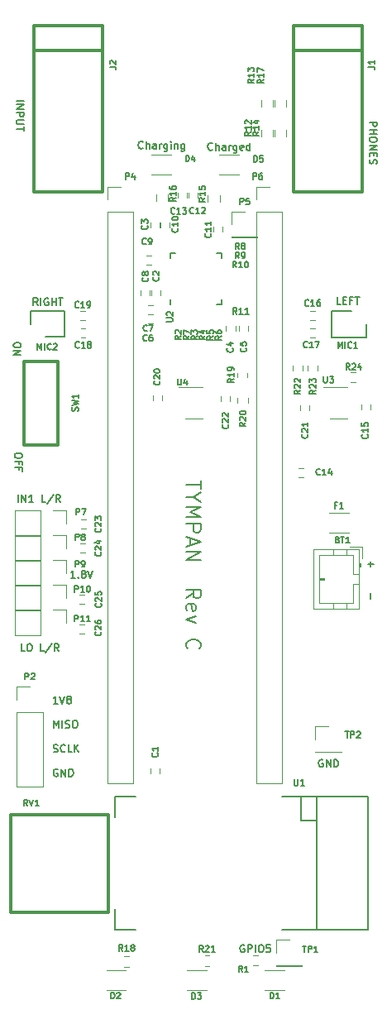
<source format=gbr>
G04 #@! TF.FileFunction,Legend,Top*
%FSLAX46Y46*%
G04 Gerber Fmt 4.6, Leading zero omitted, Abs format (unit mm)*
G04 Created by KiCad (PCBNEW 4.0.0-stable) date Friday, August 18, 2017 'PMt' 03:24:48 PM*
%MOMM*%
G01*
G04 APERTURE LIST*
%ADD10C,0.100000*%
%ADD11C,0.177800*%
%ADD12C,0.120000*%
%ADD13C,0.150000*%
%ADD14C,0.300000*%
%ADD15C,0.127000*%
G04 APERTURE END LIST*
D10*
D11*
X125697343Y-119735600D02*
X125624772Y-119699314D01*
X125515915Y-119699314D01*
X125407058Y-119735600D01*
X125334486Y-119808171D01*
X125298201Y-119880743D01*
X125261915Y-120025886D01*
X125261915Y-120134743D01*
X125298201Y-120279886D01*
X125334486Y-120352457D01*
X125407058Y-120425029D01*
X125515915Y-120461314D01*
X125588486Y-120461314D01*
X125697343Y-120425029D01*
X125733629Y-120388743D01*
X125733629Y-120134743D01*
X125588486Y-120134743D01*
X126060201Y-120461314D02*
X126060201Y-119699314D01*
X126350486Y-119699314D01*
X126423058Y-119735600D01*
X126459343Y-119771886D01*
X126495629Y-119844457D01*
X126495629Y-119953314D01*
X126459343Y-120025886D01*
X126423058Y-120062171D01*
X126350486Y-120098457D01*
X126060201Y-120098457D01*
X126822201Y-120461314D02*
X126822201Y-119699314D01*
X127330200Y-119699314D02*
X127475343Y-119699314D01*
X127547915Y-119735600D01*
X127620486Y-119808171D01*
X127656772Y-119953314D01*
X127656772Y-120207314D01*
X127620486Y-120352457D01*
X127547915Y-120425029D01*
X127475343Y-120461314D01*
X127330200Y-120461314D01*
X127257629Y-120425029D01*
X127185058Y-120352457D01*
X127148772Y-120207314D01*
X127148772Y-119953314D01*
X127185058Y-119808171D01*
X127257629Y-119735600D01*
X127330200Y-119699314D01*
X128346201Y-119699314D02*
X127983344Y-119699314D01*
X127947058Y-120062171D01*
X127983344Y-120025886D01*
X128055915Y-119989600D01*
X128237344Y-119989600D01*
X128309915Y-120025886D01*
X128346201Y-120062171D01*
X128382486Y-120134743D01*
X128382486Y-120316171D01*
X128346201Y-120388743D01*
X128309915Y-120425029D01*
X128237344Y-120461314D01*
X128055915Y-120461314D01*
X127983344Y-120425029D01*
X127947058Y-120388743D01*
X133734628Y-100787200D02*
X133662057Y-100750914D01*
X133553200Y-100750914D01*
X133444343Y-100787200D01*
X133371771Y-100859771D01*
X133335486Y-100932343D01*
X133299200Y-101077486D01*
X133299200Y-101186343D01*
X133335486Y-101331486D01*
X133371771Y-101404057D01*
X133444343Y-101476629D01*
X133553200Y-101512914D01*
X133625771Y-101512914D01*
X133734628Y-101476629D01*
X133770914Y-101440343D01*
X133770914Y-101186343D01*
X133625771Y-101186343D01*
X134097486Y-101512914D02*
X134097486Y-100750914D01*
X134532914Y-101512914D01*
X134532914Y-100750914D01*
X134895772Y-101512914D02*
X134895772Y-100750914D01*
X135077200Y-100750914D01*
X135186057Y-100787200D01*
X135258629Y-100859771D01*
X135294914Y-100932343D01*
X135331200Y-101077486D01*
X135331200Y-101186343D01*
X135294914Y-101331486D01*
X135258629Y-101404057D01*
X135186057Y-101476629D01*
X135077200Y-101512914D01*
X134895772Y-101512914D01*
X122437071Y-38295943D02*
X122400785Y-38332229D01*
X122291928Y-38368514D01*
X122219357Y-38368514D01*
X122110500Y-38332229D01*
X122037928Y-38259657D01*
X122001643Y-38187086D01*
X121965357Y-38041943D01*
X121965357Y-37933086D01*
X122001643Y-37787943D01*
X122037928Y-37715371D01*
X122110500Y-37642800D01*
X122219357Y-37606514D01*
X122291928Y-37606514D01*
X122400785Y-37642800D01*
X122437071Y-37679086D01*
X122763643Y-38368514D02*
X122763643Y-37606514D01*
X123090214Y-38368514D02*
X123090214Y-37969371D01*
X123053928Y-37896800D01*
X122981357Y-37860514D01*
X122872500Y-37860514D01*
X122799928Y-37896800D01*
X122763643Y-37933086D01*
X123779643Y-38368514D02*
X123779643Y-37969371D01*
X123743357Y-37896800D01*
X123670786Y-37860514D01*
X123525643Y-37860514D01*
X123453072Y-37896800D01*
X123779643Y-38332229D02*
X123707072Y-38368514D01*
X123525643Y-38368514D01*
X123453072Y-38332229D01*
X123416786Y-38259657D01*
X123416786Y-38187086D01*
X123453072Y-38114514D01*
X123525643Y-38078229D01*
X123707072Y-38078229D01*
X123779643Y-38041943D01*
X124142501Y-38368514D02*
X124142501Y-37860514D01*
X124142501Y-38005657D02*
X124178786Y-37933086D01*
X124215072Y-37896800D01*
X124287643Y-37860514D01*
X124360215Y-37860514D01*
X124940786Y-37860514D02*
X124940786Y-38477371D01*
X124904500Y-38549943D01*
X124868215Y-38586229D01*
X124795643Y-38622514D01*
X124686786Y-38622514D01*
X124614215Y-38586229D01*
X124940786Y-38332229D02*
X124868215Y-38368514D01*
X124723072Y-38368514D01*
X124650500Y-38332229D01*
X124614215Y-38295943D01*
X124577929Y-38223371D01*
X124577929Y-38005657D01*
X124614215Y-37933086D01*
X124650500Y-37896800D01*
X124723072Y-37860514D01*
X124868215Y-37860514D01*
X124940786Y-37896800D01*
X125593929Y-38332229D02*
X125521358Y-38368514D01*
X125376215Y-38368514D01*
X125303644Y-38332229D01*
X125267358Y-38259657D01*
X125267358Y-37969371D01*
X125303644Y-37896800D01*
X125376215Y-37860514D01*
X125521358Y-37860514D01*
X125593929Y-37896800D01*
X125630215Y-37969371D01*
X125630215Y-38041943D01*
X125267358Y-38114514D01*
X126283358Y-38368514D02*
X126283358Y-37606514D01*
X126283358Y-38332229D02*
X126210787Y-38368514D01*
X126065644Y-38368514D01*
X125993072Y-38332229D01*
X125956787Y-38295943D01*
X125920501Y-38223371D01*
X125920501Y-38005657D01*
X125956787Y-37933086D01*
X125993072Y-37896800D01*
X126065644Y-37860514D01*
X126210787Y-37860514D01*
X126283358Y-37896800D01*
X115328699Y-38156243D02*
X115292413Y-38192529D01*
X115183556Y-38228814D01*
X115110985Y-38228814D01*
X115002128Y-38192529D01*
X114929556Y-38119957D01*
X114893271Y-38047386D01*
X114856985Y-37902243D01*
X114856985Y-37793386D01*
X114893271Y-37648243D01*
X114929556Y-37575671D01*
X115002128Y-37503100D01*
X115110985Y-37466814D01*
X115183556Y-37466814D01*
X115292413Y-37503100D01*
X115328699Y-37539386D01*
X115655271Y-38228814D02*
X115655271Y-37466814D01*
X115981842Y-38228814D02*
X115981842Y-37829671D01*
X115945556Y-37757100D01*
X115872985Y-37720814D01*
X115764128Y-37720814D01*
X115691556Y-37757100D01*
X115655271Y-37793386D01*
X116671271Y-38228814D02*
X116671271Y-37829671D01*
X116634985Y-37757100D01*
X116562414Y-37720814D01*
X116417271Y-37720814D01*
X116344700Y-37757100D01*
X116671271Y-38192529D02*
X116598700Y-38228814D01*
X116417271Y-38228814D01*
X116344700Y-38192529D01*
X116308414Y-38119957D01*
X116308414Y-38047386D01*
X116344700Y-37974814D01*
X116417271Y-37938529D01*
X116598700Y-37938529D01*
X116671271Y-37902243D01*
X117034129Y-38228814D02*
X117034129Y-37720814D01*
X117034129Y-37865957D02*
X117070414Y-37793386D01*
X117106700Y-37757100D01*
X117179271Y-37720814D01*
X117251843Y-37720814D01*
X117832414Y-37720814D02*
X117832414Y-38337671D01*
X117796128Y-38410243D01*
X117759843Y-38446529D01*
X117687271Y-38482814D01*
X117578414Y-38482814D01*
X117505843Y-38446529D01*
X117832414Y-38192529D02*
X117759843Y-38228814D01*
X117614700Y-38228814D01*
X117542128Y-38192529D01*
X117505843Y-38156243D01*
X117469557Y-38083671D01*
X117469557Y-37865957D01*
X117505843Y-37793386D01*
X117542128Y-37757100D01*
X117614700Y-37720814D01*
X117759843Y-37720814D01*
X117832414Y-37757100D01*
X118195272Y-38228814D02*
X118195272Y-37720814D01*
X118195272Y-37466814D02*
X118158986Y-37503100D01*
X118195272Y-37539386D01*
X118231557Y-37503100D01*
X118195272Y-37466814D01*
X118195272Y-37539386D01*
X118558129Y-37720814D02*
X118558129Y-38228814D01*
X118558129Y-37793386D02*
X118594414Y-37757100D01*
X118666986Y-37720814D01*
X118775843Y-37720814D01*
X118848414Y-37757100D01*
X118884700Y-37829671D01*
X118884700Y-38228814D01*
X119574129Y-37720814D02*
X119574129Y-38337671D01*
X119537843Y-38410243D01*
X119501558Y-38446529D01*
X119428986Y-38482814D01*
X119320129Y-38482814D01*
X119247558Y-38446529D01*
X119574129Y-38192529D02*
X119501558Y-38228814D01*
X119356415Y-38228814D01*
X119283843Y-38192529D01*
X119247558Y-38156243D01*
X119211272Y-38083671D01*
X119211272Y-37865957D01*
X119247558Y-37793386D01*
X119283843Y-37757100D01*
X119356415Y-37720814D01*
X119501558Y-37720814D01*
X119574129Y-37757100D01*
X121255971Y-72188614D02*
X121255971Y-73059471D01*
X119731971Y-72624042D02*
X121255971Y-72624042D01*
X120457686Y-73857757D02*
X119731971Y-73857757D01*
X121255971Y-73349757D02*
X120457686Y-73857757D01*
X121255971Y-74365757D01*
X119731971Y-74873757D02*
X121255971Y-74873757D01*
X120167400Y-75381757D01*
X121255971Y-75889757D01*
X119731971Y-75889757D01*
X119731971Y-76615471D02*
X121255971Y-76615471D01*
X121255971Y-77196043D01*
X121183400Y-77341185D01*
X121110829Y-77413757D01*
X120965686Y-77486328D01*
X120747971Y-77486328D01*
X120602829Y-77413757D01*
X120530257Y-77341185D01*
X120457686Y-77196043D01*
X120457686Y-76615471D01*
X120167400Y-78066900D02*
X120167400Y-78792614D01*
X119731971Y-77921757D02*
X121255971Y-78429757D01*
X119731971Y-78937757D01*
X119731971Y-79445757D02*
X121255971Y-79445757D01*
X119731971Y-80316614D01*
X121255971Y-80316614D01*
X119731971Y-84235471D02*
X120457686Y-83727471D01*
X119731971Y-83364614D02*
X121255971Y-83364614D01*
X121255971Y-83945186D01*
X121183400Y-84090328D01*
X121110829Y-84162900D01*
X120965686Y-84235471D01*
X120747971Y-84235471D01*
X120602829Y-84162900D01*
X120530257Y-84090328D01*
X120457686Y-83945186D01*
X120457686Y-83364614D01*
X119804543Y-85469186D02*
X119731971Y-85324043D01*
X119731971Y-85033757D01*
X119804543Y-84888614D01*
X119949686Y-84816043D01*
X120530257Y-84816043D01*
X120675400Y-84888614D01*
X120747971Y-85033757D01*
X120747971Y-85324043D01*
X120675400Y-85469186D01*
X120530257Y-85541757D01*
X120385114Y-85541757D01*
X120239971Y-84816043D01*
X120747971Y-86049757D02*
X119731971Y-86412614D01*
X120747971Y-86775472D01*
X119877114Y-89388043D02*
X119804543Y-89315472D01*
X119731971Y-89097758D01*
X119731971Y-88952615D01*
X119804543Y-88734900D01*
X119949686Y-88589758D01*
X120094829Y-88517186D01*
X120385114Y-88444615D01*
X120602829Y-88444615D01*
X120893114Y-88517186D01*
X121038257Y-88589758D01*
X121183400Y-88734900D01*
X121255971Y-88952615D01*
X121255971Y-89097758D01*
X121183400Y-89315472D01*
X121110829Y-89388043D01*
X138636829Y-84295342D02*
X138636829Y-83714771D01*
X138636829Y-81029629D02*
X138636829Y-80449058D01*
X138927114Y-80739344D02*
X138346543Y-80739344D01*
X106587471Y-95010514D02*
X106152043Y-95010514D01*
X106369757Y-95010514D02*
X106369757Y-94248514D01*
X106297186Y-94357371D01*
X106224614Y-94429943D01*
X106152043Y-94466229D01*
X106805185Y-94248514D02*
X107059185Y-95010514D01*
X107313185Y-94248514D01*
X107676043Y-94575086D02*
X107603471Y-94538800D01*
X107567186Y-94502514D01*
X107530900Y-94429943D01*
X107530900Y-94393657D01*
X107567186Y-94321086D01*
X107603471Y-94284800D01*
X107676043Y-94248514D01*
X107821186Y-94248514D01*
X107893757Y-94284800D01*
X107930043Y-94321086D01*
X107966328Y-94393657D01*
X107966328Y-94429943D01*
X107930043Y-94502514D01*
X107893757Y-94538800D01*
X107821186Y-94575086D01*
X107676043Y-94575086D01*
X107603471Y-94611371D01*
X107567186Y-94647657D01*
X107530900Y-94720229D01*
X107530900Y-94865371D01*
X107567186Y-94937943D01*
X107603471Y-94974229D01*
X107676043Y-95010514D01*
X107821186Y-95010514D01*
X107893757Y-94974229D01*
X107930043Y-94937943D01*
X107966328Y-94865371D01*
X107966328Y-94720229D01*
X107930043Y-94647657D01*
X107893757Y-94611371D01*
X107821186Y-94575086D01*
X106188329Y-97499714D02*
X106188329Y-96737714D01*
X106442329Y-97282000D01*
X106696329Y-96737714D01*
X106696329Y-97499714D01*
X107059186Y-97499714D02*
X107059186Y-96737714D01*
X107385757Y-97463429D02*
X107494614Y-97499714D01*
X107676043Y-97499714D01*
X107748614Y-97463429D01*
X107784900Y-97427143D01*
X107821185Y-97354571D01*
X107821185Y-97282000D01*
X107784900Y-97209429D01*
X107748614Y-97173143D01*
X107676043Y-97136857D01*
X107530900Y-97100571D01*
X107458328Y-97064286D01*
X107422043Y-97028000D01*
X107385757Y-96955429D01*
X107385757Y-96882857D01*
X107422043Y-96810286D01*
X107458328Y-96774000D01*
X107530900Y-96737714D01*
X107712328Y-96737714D01*
X107821185Y-96774000D01*
X108292899Y-96737714D02*
X108438042Y-96737714D01*
X108510614Y-96774000D01*
X108583185Y-96846571D01*
X108619471Y-96991714D01*
X108619471Y-97245714D01*
X108583185Y-97390857D01*
X108510614Y-97463429D01*
X108438042Y-97499714D01*
X108292899Y-97499714D01*
X108220328Y-97463429D01*
X108147757Y-97390857D01*
X108111471Y-97245714D01*
X108111471Y-96991714D01*
X108147757Y-96846571D01*
X108220328Y-96774000D01*
X108292899Y-96737714D01*
X106152043Y-99952629D02*
X106260900Y-99988914D01*
X106442329Y-99988914D01*
X106514900Y-99952629D01*
X106551186Y-99916343D01*
X106587471Y-99843771D01*
X106587471Y-99771200D01*
X106551186Y-99698629D01*
X106514900Y-99662343D01*
X106442329Y-99626057D01*
X106297186Y-99589771D01*
X106224614Y-99553486D01*
X106188329Y-99517200D01*
X106152043Y-99444629D01*
X106152043Y-99372057D01*
X106188329Y-99299486D01*
X106224614Y-99263200D01*
X106297186Y-99226914D01*
X106478614Y-99226914D01*
X106587471Y-99263200D01*
X107349471Y-99916343D02*
X107313185Y-99952629D01*
X107204328Y-99988914D01*
X107131757Y-99988914D01*
X107022900Y-99952629D01*
X106950328Y-99880057D01*
X106914043Y-99807486D01*
X106877757Y-99662343D01*
X106877757Y-99553486D01*
X106914043Y-99408343D01*
X106950328Y-99335771D01*
X107022900Y-99263200D01*
X107131757Y-99226914D01*
X107204328Y-99226914D01*
X107313185Y-99263200D01*
X107349471Y-99299486D01*
X108038900Y-99988914D02*
X107676043Y-99988914D01*
X107676043Y-99226914D01*
X108292900Y-99988914D02*
X108292900Y-99226914D01*
X108728328Y-99988914D02*
X108401757Y-99553486D01*
X108728328Y-99226914D02*
X108292900Y-99662343D01*
X106587471Y-101752400D02*
X106514900Y-101716114D01*
X106406043Y-101716114D01*
X106297186Y-101752400D01*
X106224614Y-101824971D01*
X106188329Y-101897543D01*
X106152043Y-102042686D01*
X106152043Y-102151543D01*
X106188329Y-102296686D01*
X106224614Y-102369257D01*
X106297186Y-102441829D01*
X106406043Y-102478114D01*
X106478614Y-102478114D01*
X106587471Y-102441829D01*
X106623757Y-102405543D01*
X106623757Y-102151543D01*
X106478614Y-102151543D01*
X106950329Y-102478114D02*
X106950329Y-101716114D01*
X107385757Y-102478114D01*
X107385757Y-101716114D01*
X107748615Y-102478114D02*
X107748615Y-101716114D01*
X107930043Y-101716114D01*
X108038900Y-101752400D01*
X108111472Y-101824971D01*
X108147757Y-101897543D01*
X108184043Y-102042686D01*
X108184043Y-102151543D01*
X108147757Y-102296686D01*
X108111472Y-102369257D01*
X108038900Y-102441829D01*
X107930043Y-102478114D01*
X107748615Y-102478114D01*
X102957086Y-69568785D02*
X102957086Y-69713928D01*
X102920800Y-69786500D01*
X102848229Y-69859071D01*
X102703086Y-69895357D01*
X102449086Y-69895357D01*
X102303943Y-69859071D01*
X102231371Y-69786500D01*
X102195086Y-69713928D01*
X102195086Y-69568785D01*
X102231371Y-69496214D01*
X102303943Y-69423643D01*
X102449086Y-69387357D01*
X102703086Y-69387357D01*
X102848229Y-69423643D01*
X102920800Y-69496214D01*
X102957086Y-69568785D01*
X102594229Y-70475929D02*
X102594229Y-70221929D01*
X102195086Y-70221929D02*
X102957086Y-70221929D01*
X102957086Y-70584786D01*
X102594229Y-71129072D02*
X102594229Y-70875072D01*
X102195086Y-70875072D02*
X102957086Y-70875072D01*
X102957086Y-71237929D01*
X102842786Y-58253085D02*
X102842786Y-58398228D01*
X102806500Y-58470800D01*
X102733929Y-58543371D01*
X102588786Y-58579657D01*
X102334786Y-58579657D01*
X102189643Y-58543371D01*
X102117071Y-58470800D01*
X102080786Y-58398228D01*
X102080786Y-58253085D01*
X102117071Y-58180514D01*
X102189643Y-58107943D01*
X102334786Y-58071657D01*
X102588786Y-58071657D01*
X102733929Y-58107943D01*
X102806500Y-58180514D01*
X102842786Y-58253085D01*
X102080786Y-58906229D02*
X102842786Y-58906229D01*
X102080786Y-59341657D01*
X102842786Y-59341657D01*
X102360186Y-33341129D02*
X103122186Y-33341129D01*
X102360186Y-33703986D02*
X103122186Y-33703986D01*
X102360186Y-34139414D01*
X103122186Y-34139414D01*
X102360186Y-34502272D02*
X103122186Y-34502272D01*
X103122186Y-34792557D01*
X103085900Y-34865129D01*
X103049614Y-34901414D01*
X102977043Y-34937700D01*
X102868186Y-34937700D01*
X102795614Y-34901414D01*
X102759329Y-34865129D01*
X102723043Y-34792557D01*
X102723043Y-34502272D01*
X103122186Y-35264272D02*
X102505329Y-35264272D01*
X102432757Y-35300557D01*
X102396471Y-35336843D01*
X102360186Y-35409414D01*
X102360186Y-35554557D01*
X102396471Y-35627129D01*
X102432757Y-35663414D01*
X102505329Y-35699700D01*
X103122186Y-35699700D01*
X103122186Y-35953700D02*
X103122186Y-36389129D01*
X102360186Y-36171415D02*
X103122186Y-36171415D01*
X138517086Y-35500129D02*
X139279086Y-35500129D01*
X139279086Y-35790414D01*
X139242800Y-35862986D01*
X139206514Y-35899271D01*
X139133943Y-35935557D01*
X139025086Y-35935557D01*
X138952514Y-35899271D01*
X138916229Y-35862986D01*
X138879943Y-35790414D01*
X138879943Y-35500129D01*
X138517086Y-36262129D02*
X139279086Y-36262129D01*
X138916229Y-36262129D02*
X138916229Y-36697557D01*
X138517086Y-36697557D02*
X139279086Y-36697557D01*
X139279086Y-37205557D02*
X139279086Y-37350700D01*
X139242800Y-37423272D01*
X139170229Y-37495843D01*
X139025086Y-37532129D01*
X138771086Y-37532129D01*
X138625943Y-37495843D01*
X138553371Y-37423272D01*
X138517086Y-37350700D01*
X138517086Y-37205557D01*
X138553371Y-37132986D01*
X138625943Y-37060415D01*
X138771086Y-37024129D01*
X139025086Y-37024129D01*
X139170229Y-37060415D01*
X139242800Y-37132986D01*
X139279086Y-37205557D01*
X138517086Y-37858701D02*
X139279086Y-37858701D01*
X138517086Y-38294129D01*
X139279086Y-38294129D01*
X138916229Y-38656987D02*
X138916229Y-38910987D01*
X138517086Y-39019844D02*
X138517086Y-38656987D01*
X139279086Y-38656987D01*
X139279086Y-39019844D01*
X138553371Y-39310130D02*
X138517086Y-39418987D01*
X138517086Y-39600416D01*
X138553371Y-39672987D01*
X138589657Y-39709273D01*
X138662229Y-39745558D01*
X138734800Y-39745558D01*
X138807371Y-39709273D01*
X138843657Y-39672987D01*
X138879943Y-39600416D01*
X138916229Y-39455273D01*
X138952514Y-39382701D01*
X138988800Y-39346416D01*
X139061371Y-39310130D01*
X139133943Y-39310130D01*
X139206514Y-39346416D01*
X139242800Y-39382701D01*
X139279086Y-39455273D01*
X139279086Y-39636701D01*
X139242800Y-39745558D01*
X104546400Y-54268914D02*
X104292400Y-53906057D01*
X104110972Y-54268914D02*
X104110972Y-53506914D01*
X104401257Y-53506914D01*
X104473829Y-53543200D01*
X104510114Y-53579486D01*
X104546400Y-53652057D01*
X104546400Y-53760914D01*
X104510114Y-53833486D01*
X104473829Y-53869771D01*
X104401257Y-53906057D01*
X104110972Y-53906057D01*
X104872972Y-54268914D02*
X104872972Y-53506914D01*
X105634971Y-53543200D02*
X105562400Y-53506914D01*
X105453543Y-53506914D01*
X105344686Y-53543200D01*
X105272114Y-53615771D01*
X105235829Y-53688343D01*
X105199543Y-53833486D01*
X105199543Y-53942343D01*
X105235829Y-54087486D01*
X105272114Y-54160057D01*
X105344686Y-54232629D01*
X105453543Y-54268914D01*
X105526114Y-54268914D01*
X105634971Y-54232629D01*
X105671257Y-54196343D01*
X105671257Y-53942343D01*
X105526114Y-53942343D01*
X105997829Y-54268914D02*
X105997829Y-53506914D01*
X105997829Y-53869771D02*
X106433257Y-53869771D01*
X106433257Y-54268914D02*
X106433257Y-53506914D01*
X106687257Y-53506914D02*
X107122686Y-53506914D01*
X106904972Y-54268914D02*
X106904972Y-53506914D01*
X135557986Y-54141914D02*
X135195129Y-54141914D01*
X135195129Y-53379914D01*
X135811986Y-53742771D02*
X136065986Y-53742771D01*
X136174843Y-54141914D02*
X135811986Y-54141914D01*
X135811986Y-53379914D01*
X136174843Y-53379914D01*
X136755415Y-53742771D02*
X136501415Y-53742771D01*
X136501415Y-54141914D02*
X136501415Y-53379914D01*
X136864272Y-53379914D01*
X137045700Y-53379914D02*
X137481129Y-53379914D01*
X137263415Y-54141914D02*
X137263415Y-53379914D01*
X103232858Y-89651114D02*
X102870001Y-89651114D01*
X102870001Y-88889114D01*
X103632000Y-88889114D02*
X103777143Y-88889114D01*
X103849715Y-88925400D01*
X103922286Y-88997971D01*
X103958572Y-89143114D01*
X103958572Y-89397114D01*
X103922286Y-89542257D01*
X103849715Y-89614829D01*
X103777143Y-89651114D01*
X103632000Y-89651114D01*
X103559429Y-89614829D01*
X103486858Y-89542257D01*
X103450572Y-89397114D01*
X103450572Y-89143114D01*
X103486858Y-88997971D01*
X103559429Y-88925400D01*
X103632000Y-88889114D01*
X105228572Y-89651114D02*
X104865715Y-89651114D01*
X104865715Y-88889114D01*
X106026857Y-88852829D02*
X105373714Y-89832543D01*
X106716286Y-89651114D02*
X106462286Y-89288257D01*
X106280858Y-89651114D02*
X106280858Y-88889114D01*
X106571143Y-88889114D01*
X106643715Y-88925400D01*
X106680000Y-88961686D01*
X106716286Y-89034257D01*
X106716286Y-89143114D01*
X106680000Y-89215686D01*
X106643715Y-89251971D01*
X106571143Y-89288257D01*
X106280858Y-89288257D01*
X102532544Y-74385714D02*
X102532544Y-73623714D01*
X102895401Y-74385714D02*
X102895401Y-73623714D01*
X103330829Y-74385714D01*
X103330829Y-73623714D01*
X104092829Y-74385714D02*
X103657401Y-74385714D01*
X103875115Y-74385714D02*
X103875115Y-73623714D01*
X103802544Y-73732571D01*
X103729972Y-73805143D01*
X103657401Y-73841429D01*
X105362829Y-74385714D02*
X104999972Y-74385714D01*
X104999972Y-73623714D01*
X106161114Y-73587429D02*
X105507971Y-74567143D01*
X106850543Y-74385714D02*
X106596543Y-74022857D01*
X106415115Y-74385714D02*
X106415115Y-73623714D01*
X106705400Y-73623714D01*
X106777972Y-73660000D01*
X106814257Y-73696286D01*
X106850543Y-73768857D01*
X106850543Y-73877714D01*
X106814257Y-73950286D01*
X106777972Y-73986571D01*
X106705400Y-74022857D01*
X106415115Y-74022857D01*
X108378171Y-82158114D02*
X107942743Y-82158114D01*
X108160457Y-82158114D02*
X108160457Y-81396114D01*
X108087886Y-81504971D01*
X108015314Y-81577543D01*
X107942743Y-81613829D01*
X108704743Y-82085543D02*
X108741028Y-82121829D01*
X108704743Y-82158114D01*
X108668457Y-82121829D01*
X108704743Y-82085543D01*
X108704743Y-82158114D01*
X109176457Y-81722686D02*
X109103885Y-81686400D01*
X109067600Y-81650114D01*
X109031314Y-81577543D01*
X109031314Y-81541257D01*
X109067600Y-81468686D01*
X109103885Y-81432400D01*
X109176457Y-81396114D01*
X109321600Y-81396114D01*
X109394171Y-81432400D01*
X109430457Y-81468686D01*
X109466742Y-81541257D01*
X109466742Y-81577543D01*
X109430457Y-81650114D01*
X109394171Y-81686400D01*
X109321600Y-81722686D01*
X109176457Y-81722686D01*
X109103885Y-81758971D01*
X109067600Y-81795257D01*
X109031314Y-81867829D01*
X109031314Y-82012971D01*
X109067600Y-82085543D01*
X109103885Y-82121829D01*
X109176457Y-82158114D01*
X109321600Y-82158114D01*
X109394171Y-82121829D01*
X109430457Y-82085543D01*
X109466742Y-82012971D01*
X109466742Y-81867829D01*
X109430457Y-81795257D01*
X109394171Y-81758971D01*
X109321600Y-81722686D01*
X109684456Y-81396114D02*
X109938456Y-82158114D01*
X110192456Y-81396114D01*
D12*
X137436000Y-79230000D02*
X132736000Y-79230000D01*
X132736000Y-79230000D02*
X132736000Y-85330000D01*
X132736000Y-85330000D02*
X137436000Y-85330000D01*
X137436000Y-85330000D02*
X137436000Y-79230000D01*
X137436000Y-81780000D02*
X136836000Y-81780000D01*
X136836000Y-81780000D02*
X136836000Y-79830000D01*
X136836000Y-79830000D02*
X133336000Y-79830000D01*
X133336000Y-79830000D02*
X133336000Y-84730000D01*
X133336000Y-84730000D02*
X136836000Y-84730000D01*
X136836000Y-84730000D02*
X136836000Y-82780000D01*
X136836000Y-82780000D02*
X137436000Y-82780000D01*
X136136000Y-79230000D02*
X136136000Y-79830000D01*
X134836000Y-79230000D02*
X134836000Y-79830000D01*
X136136000Y-85330000D02*
X136136000Y-84730000D01*
X134836000Y-85330000D02*
X134836000Y-84730000D01*
X137436000Y-80980000D02*
X137636000Y-80980000D01*
X137636000Y-80980000D02*
X137636000Y-80680000D01*
X137636000Y-80680000D02*
X137436000Y-80680000D01*
X137536000Y-80980000D02*
X137536000Y-80680000D01*
X133336000Y-82180000D02*
X133836000Y-82180000D01*
X133836000Y-82180000D02*
X133836000Y-82380000D01*
X133836000Y-82380000D02*
X133336000Y-82380000D01*
X133336000Y-82280000D02*
X133836000Y-82280000D01*
X137736000Y-80180000D02*
X137736000Y-78930000D01*
X137736000Y-78930000D02*
X136486000Y-78930000D01*
X129778000Y-122297000D02*
X127778000Y-122297000D01*
X127778000Y-124337000D02*
X129778000Y-124337000D01*
X113572800Y-122297000D02*
X111572800Y-122297000D01*
X111572800Y-124337000D02*
X113572800Y-124337000D01*
X121853200Y-122297000D02*
X119853200Y-122297000D01*
X119853200Y-124337000D02*
X121853200Y-124337000D01*
X118195600Y-38858000D02*
X116195600Y-38858000D01*
X116195600Y-40898000D02*
X118195600Y-40898000D01*
X125155200Y-38858000D02*
X123155200Y-38858000D01*
X123155200Y-40898000D02*
X125155200Y-40898000D01*
X136382000Y-75484800D02*
X134382000Y-75484800D01*
X134382000Y-77524800D02*
X136382000Y-77524800D01*
D13*
X103826000Y-54889400D02*
X103826000Y-56189400D01*
X107326000Y-57489400D02*
X105326000Y-57489400D01*
X107326000Y-54839400D02*
X107326000Y-57489400D01*
X103826000Y-54839400D02*
X107326000Y-54839400D01*
D12*
X128972000Y-121818400D02*
X128972000Y-121878400D01*
X128972000Y-121878400D02*
X131632000Y-121878400D01*
X131632000Y-121878400D02*
X131632000Y-121818400D01*
X131632000Y-121818400D02*
X128972000Y-121818400D01*
X128972000Y-120548400D02*
X128972000Y-119218400D01*
X128972000Y-119218400D02*
X130302000Y-119218400D01*
X102403600Y-95859600D02*
X102403600Y-103539600D01*
X102403600Y-103539600D02*
X105063600Y-103539600D01*
X105063600Y-103539600D02*
X105063600Y-95859600D01*
X105063600Y-95859600D02*
X102403600Y-95859600D01*
X102403600Y-94589600D02*
X102403600Y-93259600D01*
X102403600Y-93259600D02*
X103733600Y-93259600D01*
X132985200Y-99923600D02*
X132985200Y-99983600D01*
X132985200Y-99983600D02*
X135645200Y-99983600D01*
X135645200Y-99983600D02*
X135645200Y-99923600D01*
X135645200Y-99923600D02*
X132985200Y-99923600D01*
X132985200Y-98653600D02*
X132985200Y-97323600D01*
X132985200Y-97323600D02*
X134315200Y-97323600D01*
X111700000Y-44704000D02*
X111700000Y-103184000D01*
X111700000Y-103184000D02*
X114360000Y-103184000D01*
X114360000Y-103184000D02*
X114360000Y-44704000D01*
X114360000Y-44704000D02*
X111700000Y-44704000D01*
X111700000Y-43434000D02*
X111700000Y-42104000D01*
X111700000Y-42104000D02*
X113030000Y-42104000D01*
X124400000Y-47244000D02*
X124400000Y-47304000D01*
X124400000Y-47304000D02*
X127060000Y-47304000D01*
X127060000Y-47304000D02*
X127060000Y-47244000D01*
X127060000Y-47244000D02*
X124400000Y-47244000D01*
X124400000Y-45974000D02*
X124400000Y-44644000D01*
X124400000Y-44644000D02*
X125730000Y-44644000D01*
X126940000Y-44704000D02*
X126940000Y-103184000D01*
X126940000Y-103184000D02*
X129600000Y-103184000D01*
X129600000Y-103184000D02*
X129600000Y-44704000D01*
X129600000Y-44704000D02*
X126940000Y-44704000D01*
X126940000Y-43434000D02*
X126940000Y-42104000D01*
X126940000Y-42104000D02*
X128270000Y-42104000D01*
X104851200Y-75225600D02*
X102251200Y-75225600D01*
X102251200Y-75225600D02*
X102251200Y-77885600D01*
X102251200Y-77885600D02*
X104851200Y-77885600D01*
X104851200Y-77885600D02*
X104851200Y-75225600D01*
X106121200Y-75225600D02*
X107451200Y-75225600D01*
X107451200Y-75225600D02*
X107451200Y-76555600D01*
X104851200Y-77765600D02*
X102251200Y-77765600D01*
X102251200Y-77765600D02*
X102251200Y-80425600D01*
X102251200Y-80425600D02*
X104851200Y-80425600D01*
X104851200Y-80425600D02*
X104851200Y-77765600D01*
X106121200Y-77765600D02*
X107451200Y-77765600D01*
X107451200Y-77765600D02*
X107451200Y-79095600D01*
X104851200Y-80305600D02*
X102251200Y-80305600D01*
X102251200Y-80305600D02*
X102251200Y-82965600D01*
X102251200Y-82965600D02*
X104851200Y-82965600D01*
X104851200Y-82965600D02*
X104851200Y-80305600D01*
X106121200Y-80305600D02*
X107451200Y-80305600D01*
X107451200Y-80305600D02*
X107451200Y-81635600D01*
X104851200Y-82845600D02*
X102251200Y-82845600D01*
X102251200Y-82845600D02*
X102251200Y-85505600D01*
X102251200Y-85505600D02*
X104851200Y-85505600D01*
X104851200Y-85505600D02*
X104851200Y-82845600D01*
X106121200Y-82845600D02*
X107451200Y-82845600D01*
X107451200Y-82845600D02*
X107451200Y-84175600D01*
X104851200Y-85385600D02*
X102251200Y-85385600D01*
X102251200Y-85385600D02*
X102251200Y-88045600D01*
X102251200Y-88045600D02*
X104851200Y-88045600D01*
X104851200Y-88045600D02*
X104851200Y-85385600D01*
X106121200Y-85385600D02*
X107451200Y-85385600D01*
X107451200Y-85385600D02*
X107451200Y-86715600D01*
X128641400Y-36302200D02*
X128641400Y-37002200D01*
X127441400Y-37002200D02*
X127441400Y-36302200D01*
X127428700Y-33916100D02*
X127428700Y-33216100D01*
X128628700Y-33216100D02*
X128628700Y-33916100D01*
X128813000Y-37002200D02*
X128813000Y-36302200D01*
X130013000Y-36302200D02*
X130013000Y-37002200D01*
X121967700Y-43669700D02*
X121967700Y-42969700D01*
X123167700Y-42969700D02*
X123167700Y-43669700D01*
X116659100Y-43606200D02*
X116659100Y-42906200D01*
X117859100Y-42906200D02*
X117859100Y-43606200D01*
X129987600Y-33216100D02*
X129987600Y-33916100D01*
X128787600Y-33916100D02*
X128787600Y-33216100D01*
D14*
X101781600Y-113995200D02*
X101781600Y-106395200D01*
X101781600Y-106395200D02*
X111781600Y-106395200D01*
X111781600Y-106395200D02*
X111781600Y-113995200D01*
X101781600Y-113995200D02*
X101781600Y-116395200D01*
X101781600Y-116395200D02*
X106781600Y-116395200D01*
X106781600Y-116395200D02*
X111781600Y-116395200D01*
X111781600Y-116395200D02*
X111781600Y-113995200D01*
X106652000Y-60012000D02*
X106652000Y-68512000D01*
X106652000Y-68512000D02*
X103152000Y-68512000D01*
X103152000Y-68512000D02*
X103152000Y-60012000D01*
X103152000Y-60012000D02*
X106652000Y-60012000D01*
D13*
X131480400Y-104553600D02*
X131480400Y-106953600D01*
X131480400Y-106953600D02*
X133080400Y-106953600D01*
X133080400Y-104553600D02*
X133080400Y-118153600D01*
X129580400Y-104553600D02*
X138380400Y-104553600D01*
X138380400Y-104553600D02*
X138380400Y-118153600D01*
X138380400Y-118153600D02*
X129580400Y-118153600D01*
X112480400Y-116053600D02*
X112480400Y-118153600D01*
X112480400Y-118153600D02*
X114580400Y-118153600D01*
X112480400Y-106653600D02*
X112480400Y-104553600D01*
X112480400Y-104553600D02*
X114580400Y-104553600D01*
X118126600Y-48937000D02*
X118626600Y-48937000D01*
X123376600Y-54187000D02*
X122876600Y-54187000D01*
X123376600Y-48937000D02*
X122876600Y-48937000D01*
X118126600Y-54187000D02*
X118126600Y-53687000D01*
X123376600Y-54187000D02*
X123376600Y-53687000D01*
X123376600Y-48937000D02*
X123376600Y-49437000D01*
X118126600Y-48937000D02*
X118126600Y-49437000D01*
D12*
X134431200Y-65872000D02*
X136231200Y-65872000D01*
X136231200Y-62652000D02*
X133781200Y-62652000D01*
X119648400Y-65872000D02*
X121448400Y-65872000D01*
X121448400Y-62652000D02*
X118998400Y-62652000D01*
D13*
X138159800Y-57454800D02*
X138159800Y-56154800D01*
X134659800Y-54854800D02*
X136659800Y-54854800D01*
X134659800Y-57504800D02*
X134659800Y-54854800D01*
X138159800Y-57504800D02*
X134659800Y-57504800D01*
D14*
X111145200Y-28148400D02*
X104145200Y-28148400D01*
X111145200Y-31648400D02*
X111145200Y-42648400D01*
X111145200Y-42648400D02*
X104145200Y-42648400D01*
X104145200Y-42648400D02*
X104145200Y-31648400D01*
X111145200Y-31648400D02*
X111145200Y-25648400D01*
X111145200Y-25648400D02*
X104145200Y-25648400D01*
X104145200Y-25648400D02*
X104145200Y-31648400D01*
X137764400Y-28148400D02*
X130764400Y-28148400D01*
X137764400Y-31648400D02*
X137764400Y-42648400D01*
X137764400Y-42648400D02*
X130764400Y-42648400D01*
X130764400Y-42648400D02*
X130764400Y-31648400D01*
X137764400Y-31648400D02*
X137764400Y-25648400D01*
X137764400Y-25648400D02*
X130764400Y-25648400D01*
X130764400Y-25648400D02*
X130764400Y-31648400D01*
D12*
X116116000Y-101680200D02*
X116116000Y-102180200D01*
X117056000Y-102180200D02*
X117056000Y-101680200D01*
X117144900Y-53234400D02*
X117144900Y-52734400D01*
X116204900Y-52734400D02*
X116204900Y-53234400D01*
X117017900Y-46262100D02*
X117017900Y-45762100D01*
X116077900Y-45762100D02*
X116077900Y-46262100D01*
X123837600Y-56379300D02*
X123837600Y-56879300D01*
X124777600Y-56879300D02*
X124777600Y-56379300D01*
X125133000Y-56379300D02*
X125133000Y-56879300D01*
X126073000Y-56879300D02*
X126073000Y-56379300D01*
X115853400Y-56134100D02*
X116353400Y-56134100D01*
X116353400Y-55194100D02*
X115853400Y-55194100D01*
X115853400Y-55156200D02*
X116353400Y-55156200D01*
X116353400Y-54216200D02*
X115853400Y-54216200D01*
X116027300Y-53234400D02*
X116027300Y-52734400D01*
X115087300Y-52734400D02*
X115087300Y-53234400D01*
X115713700Y-50076200D02*
X116213700Y-50076200D01*
X116213700Y-49136200D02*
X115713700Y-49136200D01*
X117132000Y-45762100D02*
X117132000Y-46262100D01*
X118072000Y-46262100D02*
X118072000Y-45762100D01*
X122542200Y-46232000D02*
X122542200Y-46732000D01*
X123482200Y-46732000D02*
X123482200Y-46232000D01*
X120014900Y-42739500D02*
X120014900Y-43239500D01*
X120954900Y-43239500D02*
X120954900Y-42739500D01*
X118859200Y-42739500D02*
X118859200Y-43239500D01*
X119799200Y-43239500D02*
X119799200Y-42739500D01*
X131733100Y-70891300D02*
X131233100Y-70891300D01*
X131233100Y-71831300D02*
X131733100Y-71831300D01*
X137655200Y-64367600D02*
X137655200Y-64867600D01*
X138595200Y-64867600D02*
X138595200Y-64367600D01*
X132939600Y-54825800D02*
X132439600Y-54825800D01*
X132439600Y-55765800D02*
X132939600Y-55765800D01*
X132939600Y-56616500D02*
X132439600Y-56616500D01*
X132439600Y-57556500D02*
X132939600Y-57556500D01*
X108944600Y-57518400D02*
X109444600Y-57518400D01*
X109444600Y-56578400D02*
X108944600Y-56578400D01*
X108906500Y-55765800D02*
X109406500Y-55765800D01*
X109406500Y-54825800D02*
X108906500Y-54825800D01*
X117310000Y-64004000D02*
X117310000Y-63504000D01*
X116370000Y-63504000D02*
X116370000Y-64004000D01*
X131406800Y-64456500D02*
X131406800Y-64956500D01*
X132346800Y-64956500D02*
X132346800Y-64456500D01*
X123304200Y-63567500D02*
X123304200Y-64067500D01*
X124244200Y-64067500D02*
X124244200Y-63567500D01*
X108957300Y-77076400D02*
X109457300Y-77076400D01*
X109457300Y-76136400D02*
X108957300Y-76136400D01*
X108919200Y-79565600D02*
X109419200Y-79565600D01*
X109419200Y-78625600D02*
X108919200Y-78625600D01*
X108792200Y-84798000D02*
X109292200Y-84798000D01*
X109292200Y-83858000D02*
X108792200Y-83858000D01*
X108855700Y-87846000D02*
X109355700Y-87846000D01*
X109355700Y-86906000D02*
X108855700Y-86906000D01*
X126572200Y-121815000D02*
X127072200Y-121815000D01*
X127072200Y-120755000D02*
X126572200Y-120755000D01*
X113915000Y-120882000D02*
X113415000Y-120882000D01*
X113415000Y-121942000D02*
X113915000Y-121942000D01*
X124984100Y-61141800D02*
X124984100Y-61641800D01*
X126044100Y-61641800D02*
X126044100Y-61141800D01*
X126056800Y-64219900D02*
X126056800Y-63719900D01*
X124996800Y-63719900D02*
X124996800Y-64219900D01*
X122144600Y-120805800D02*
X121644600Y-120805800D01*
X121644600Y-121865800D02*
X122144600Y-121865800D01*
X131695600Y-60905200D02*
X131695600Y-60405200D01*
X130635600Y-60405200D02*
X130635600Y-60905200D01*
X133219600Y-60905200D02*
X133219600Y-60405200D01*
X132159600Y-60405200D02*
X132159600Y-60905200D01*
X137105200Y-61077700D02*
X136605200Y-61077700D01*
X136605200Y-62137700D02*
X137105200Y-62137700D01*
D15*
X135238671Y-78237443D02*
X135329385Y-78267681D01*
X135359624Y-78297919D01*
X135389862Y-78358395D01*
X135389862Y-78449110D01*
X135359624Y-78509586D01*
X135329385Y-78539824D01*
X135268909Y-78570062D01*
X135027004Y-78570062D01*
X135027004Y-77935062D01*
X135238671Y-77935062D01*
X135299147Y-77965300D01*
X135329385Y-77995538D01*
X135359624Y-78056014D01*
X135359624Y-78116490D01*
X135329385Y-78176967D01*
X135299147Y-78207205D01*
X135238671Y-78237443D01*
X135027004Y-78237443D01*
X135571290Y-77935062D02*
X135934147Y-77935062D01*
X135752719Y-78570062D02*
X135752719Y-77935062D01*
X136478434Y-78570062D02*
X136115576Y-78570062D01*
X136297005Y-78570062D02*
X136297005Y-77935062D01*
X136236529Y-78025776D01*
X136176053Y-78086252D01*
X136115576Y-78116490D01*
X128360109Y-125204462D02*
X128360109Y-124569462D01*
X128511300Y-124569462D01*
X128602014Y-124599700D01*
X128662490Y-124660176D01*
X128692729Y-124720652D01*
X128722967Y-124841605D01*
X128722967Y-124932319D01*
X128692729Y-125053271D01*
X128662490Y-125113748D01*
X128602014Y-125174224D01*
X128511300Y-125204462D01*
X128360109Y-125204462D01*
X129327729Y-125204462D02*
X128964871Y-125204462D01*
X129146300Y-125204462D02*
X129146300Y-124569462D01*
X129085824Y-124660176D01*
X129025348Y-124720652D01*
X128964871Y-124750890D01*
X112053309Y-125229862D02*
X112053309Y-124594862D01*
X112204500Y-124594862D01*
X112295214Y-124625100D01*
X112355690Y-124685576D01*
X112385929Y-124746052D01*
X112416167Y-124867005D01*
X112416167Y-124957719D01*
X112385929Y-125078671D01*
X112355690Y-125139148D01*
X112295214Y-125199624D01*
X112204500Y-125229862D01*
X112053309Y-125229862D01*
X112658071Y-124655338D02*
X112688309Y-124625100D01*
X112748786Y-124594862D01*
X112899976Y-124594862D01*
X112960452Y-124625100D01*
X112990690Y-124655338D01*
X113020929Y-124715814D01*
X113020929Y-124776290D01*
X112990690Y-124867005D01*
X112627833Y-125229862D01*
X113020929Y-125229862D01*
X120333709Y-125255262D02*
X120333709Y-124620262D01*
X120484900Y-124620262D01*
X120575614Y-124650500D01*
X120636090Y-124710976D01*
X120666329Y-124771452D01*
X120696567Y-124892405D01*
X120696567Y-124983119D01*
X120666329Y-125104071D01*
X120636090Y-125164548D01*
X120575614Y-125225024D01*
X120484900Y-125255262D01*
X120333709Y-125255262D01*
X120908233Y-124620262D02*
X121301329Y-124620262D01*
X121089662Y-124862167D01*
X121180376Y-124862167D01*
X121240852Y-124892405D01*
X121271090Y-124922643D01*
X121301329Y-124983119D01*
X121301329Y-125134310D01*
X121271090Y-125194786D01*
X121240852Y-125225024D01*
X121180376Y-125255262D01*
X120998948Y-125255262D01*
X120938471Y-125225024D01*
X120908233Y-125194786D01*
X119698709Y-39542962D02*
X119698709Y-38907962D01*
X119849900Y-38907962D01*
X119940614Y-38938200D01*
X120001090Y-38998676D01*
X120031329Y-39059152D01*
X120061567Y-39180105D01*
X120061567Y-39270819D01*
X120031329Y-39391771D01*
X120001090Y-39452248D01*
X119940614Y-39512724D01*
X119849900Y-39542962D01*
X119698709Y-39542962D01*
X120605852Y-39119629D02*
X120605852Y-39542962D01*
X120454662Y-38877724D02*
X120303471Y-39331295D01*
X120696567Y-39331295D01*
X126658309Y-39568362D02*
X126658309Y-38933362D01*
X126809500Y-38933362D01*
X126900214Y-38963600D01*
X126960690Y-39024076D01*
X126990929Y-39084552D01*
X127021167Y-39205505D01*
X127021167Y-39296219D01*
X126990929Y-39417171D01*
X126960690Y-39477648D01*
X126900214Y-39538124D01*
X126809500Y-39568362D01*
X126658309Y-39568362D01*
X127595690Y-38933362D02*
X127293309Y-38933362D01*
X127263071Y-39235743D01*
X127293309Y-39205505D01*
X127353786Y-39175267D01*
X127504976Y-39175267D01*
X127565452Y-39205505D01*
X127595690Y-39235743D01*
X127625929Y-39296219D01*
X127625929Y-39447410D01*
X127595690Y-39507886D01*
X127565452Y-39538124D01*
X127504976Y-39568362D01*
X127353786Y-39568362D01*
X127293309Y-39538124D01*
X127263071Y-39507886D01*
X135170333Y-74709443D02*
X134958666Y-74709443D01*
X134958666Y-75042062D02*
X134958666Y-74407062D01*
X135261047Y-74407062D01*
X135835572Y-75042062D02*
X135472714Y-75042062D01*
X135654143Y-75042062D02*
X135654143Y-74407062D01*
X135593667Y-74497776D01*
X135533191Y-74558252D01*
X135472714Y-74588490D01*
X104528862Y-58788462D02*
X104528862Y-58153462D01*
X104740529Y-58607033D01*
X104952196Y-58153462D01*
X104952196Y-58788462D01*
X105254576Y-58788462D02*
X105254576Y-58153462D01*
X105919815Y-58727986D02*
X105889577Y-58758224D01*
X105798862Y-58788462D01*
X105738386Y-58788462D01*
X105647672Y-58758224D01*
X105587196Y-58697748D01*
X105556957Y-58637271D01*
X105526719Y-58516319D01*
X105526719Y-58425605D01*
X105556957Y-58304652D01*
X105587196Y-58244176D01*
X105647672Y-58183700D01*
X105738386Y-58153462D01*
X105798862Y-58153462D01*
X105889577Y-58183700D01*
X105919815Y-58213938D01*
X106161719Y-58213938D02*
X106191957Y-58183700D01*
X106252434Y-58153462D01*
X106403624Y-58153462D01*
X106464100Y-58183700D01*
X106494338Y-58213938D01*
X106524577Y-58274414D01*
X106524577Y-58334890D01*
X106494338Y-58425605D01*
X106131481Y-58788462D01*
X106524577Y-58788462D01*
X131685090Y-119819662D02*
X132047947Y-119819662D01*
X131866519Y-120454662D02*
X131866519Y-119819662D01*
X132259614Y-120454662D02*
X132259614Y-119819662D01*
X132501519Y-119819662D01*
X132561995Y-119849900D01*
X132592234Y-119880138D01*
X132622472Y-119940614D01*
X132622472Y-120031329D01*
X132592234Y-120091805D01*
X132561995Y-120122043D01*
X132501519Y-120152281D01*
X132259614Y-120152281D01*
X133227234Y-120454662D02*
X132864376Y-120454662D01*
X133045805Y-120454662D02*
X133045805Y-119819662D01*
X132985329Y-119910376D01*
X132924853Y-119970852D01*
X132864376Y-120001090D01*
X103264909Y-92546862D02*
X103264909Y-91911862D01*
X103506814Y-91911862D01*
X103567290Y-91942100D01*
X103597529Y-91972338D01*
X103627767Y-92032814D01*
X103627767Y-92123529D01*
X103597529Y-92184005D01*
X103567290Y-92214243D01*
X103506814Y-92244481D01*
X103264909Y-92244481D01*
X103869671Y-91972338D02*
X103899909Y-91942100D01*
X103960386Y-91911862D01*
X104111576Y-91911862D01*
X104172052Y-91942100D01*
X104202290Y-91972338D01*
X104232529Y-92032814D01*
X104232529Y-92093290D01*
X104202290Y-92184005D01*
X103839433Y-92546862D01*
X104232529Y-92546862D01*
X136028490Y-97874062D02*
X136391347Y-97874062D01*
X136209919Y-98509062D02*
X136209919Y-97874062D01*
X136603014Y-98509062D02*
X136603014Y-97874062D01*
X136844919Y-97874062D01*
X136905395Y-97904300D01*
X136935634Y-97934538D01*
X136965872Y-97995014D01*
X136965872Y-98085729D01*
X136935634Y-98146205D01*
X136905395Y-98176443D01*
X136844919Y-98206681D01*
X136603014Y-98206681D01*
X137207776Y-97934538D02*
X137238014Y-97904300D01*
X137298491Y-97874062D01*
X137449681Y-97874062D01*
X137510157Y-97904300D01*
X137540395Y-97934538D01*
X137570634Y-97995014D01*
X137570634Y-98055490D01*
X137540395Y-98146205D01*
X137177538Y-98509062D01*
X137570634Y-98509062D01*
X113564609Y-41359062D02*
X113564609Y-40724062D01*
X113806514Y-40724062D01*
X113866990Y-40754300D01*
X113897229Y-40784538D01*
X113927467Y-40845014D01*
X113927467Y-40935729D01*
X113897229Y-40996205D01*
X113866990Y-41026443D01*
X113806514Y-41056681D01*
X113564609Y-41056681D01*
X114471752Y-40935729D02*
X114471752Y-41359062D01*
X114320562Y-40693824D02*
X114169371Y-41147395D01*
X114562467Y-41147395D01*
X125261309Y-43931262D02*
X125261309Y-43296262D01*
X125503214Y-43296262D01*
X125563690Y-43326500D01*
X125593929Y-43356738D01*
X125624167Y-43417214D01*
X125624167Y-43507929D01*
X125593929Y-43568405D01*
X125563690Y-43598643D01*
X125503214Y-43628881D01*
X125261309Y-43628881D01*
X126198690Y-43296262D02*
X125896309Y-43296262D01*
X125866071Y-43598643D01*
X125896309Y-43568405D01*
X125956786Y-43538167D01*
X126107976Y-43538167D01*
X126168452Y-43568405D01*
X126198690Y-43598643D01*
X126228929Y-43659119D01*
X126228929Y-43810310D01*
X126198690Y-43870786D01*
X126168452Y-43901024D01*
X126107976Y-43931262D01*
X125956786Y-43931262D01*
X125896309Y-43901024D01*
X125866071Y-43870786D01*
X126594809Y-41359062D02*
X126594809Y-40724062D01*
X126836714Y-40724062D01*
X126897190Y-40754300D01*
X126927429Y-40784538D01*
X126957667Y-40845014D01*
X126957667Y-40935729D01*
X126927429Y-40996205D01*
X126897190Y-41026443D01*
X126836714Y-41056681D01*
X126594809Y-41056681D01*
X127501952Y-40724062D02*
X127381000Y-40724062D01*
X127320524Y-40754300D01*
X127290286Y-40784538D01*
X127229809Y-40875252D01*
X127199571Y-40996205D01*
X127199571Y-41238110D01*
X127229809Y-41298586D01*
X127260048Y-41328824D01*
X127320524Y-41359062D01*
X127441476Y-41359062D01*
X127501952Y-41328824D01*
X127532190Y-41298586D01*
X127562429Y-41238110D01*
X127562429Y-41086919D01*
X127532190Y-41026443D01*
X127501952Y-40996205D01*
X127441476Y-40965967D01*
X127320524Y-40965967D01*
X127260048Y-40996205D01*
X127229809Y-41026443D01*
X127199571Y-41086919D01*
X108471909Y-75674462D02*
X108471909Y-75039462D01*
X108713814Y-75039462D01*
X108774290Y-75069700D01*
X108804529Y-75099938D01*
X108834767Y-75160414D01*
X108834767Y-75251129D01*
X108804529Y-75311605D01*
X108774290Y-75341843D01*
X108713814Y-75372081D01*
X108471909Y-75372081D01*
X109046433Y-75039462D02*
X109469767Y-75039462D01*
X109197624Y-75674462D01*
X108421109Y-78290662D02*
X108421109Y-77655662D01*
X108663014Y-77655662D01*
X108723490Y-77685900D01*
X108753729Y-77716138D01*
X108783967Y-77776614D01*
X108783967Y-77867329D01*
X108753729Y-77927805D01*
X108723490Y-77958043D01*
X108663014Y-77988281D01*
X108421109Y-77988281D01*
X109146824Y-77927805D02*
X109086348Y-77897567D01*
X109056109Y-77867329D01*
X109025871Y-77806852D01*
X109025871Y-77776614D01*
X109056109Y-77716138D01*
X109086348Y-77685900D01*
X109146824Y-77655662D01*
X109267776Y-77655662D01*
X109328252Y-77685900D01*
X109358490Y-77716138D01*
X109388729Y-77776614D01*
X109388729Y-77806852D01*
X109358490Y-77867329D01*
X109328252Y-77897567D01*
X109267776Y-77927805D01*
X109146824Y-77927805D01*
X109086348Y-77958043D01*
X109056109Y-77988281D01*
X109025871Y-78048757D01*
X109025871Y-78169710D01*
X109056109Y-78230186D01*
X109086348Y-78260424D01*
X109146824Y-78290662D01*
X109267776Y-78290662D01*
X109328252Y-78260424D01*
X109358490Y-78230186D01*
X109388729Y-78169710D01*
X109388729Y-78048757D01*
X109358490Y-77988281D01*
X109328252Y-77958043D01*
X109267776Y-77927805D01*
X108421109Y-81033862D02*
X108421109Y-80398862D01*
X108663014Y-80398862D01*
X108723490Y-80429100D01*
X108753729Y-80459338D01*
X108783967Y-80519814D01*
X108783967Y-80610529D01*
X108753729Y-80671005D01*
X108723490Y-80701243D01*
X108663014Y-80731481D01*
X108421109Y-80731481D01*
X109086348Y-81033862D02*
X109207300Y-81033862D01*
X109267776Y-81003624D01*
X109298014Y-80973386D01*
X109358490Y-80882671D01*
X109388729Y-80761719D01*
X109388729Y-80519814D01*
X109358490Y-80459338D01*
X109328252Y-80429100D01*
X109267776Y-80398862D01*
X109146824Y-80398862D01*
X109086348Y-80429100D01*
X109056109Y-80459338D01*
X109025871Y-80519814D01*
X109025871Y-80671005D01*
X109056109Y-80731481D01*
X109086348Y-80761719D01*
X109146824Y-80791957D01*
X109267776Y-80791957D01*
X109328252Y-80761719D01*
X109358490Y-80731481D01*
X109388729Y-80671005D01*
X108347328Y-83599262D02*
X108347328Y-82964262D01*
X108589233Y-82964262D01*
X108649709Y-82994500D01*
X108679948Y-83024738D01*
X108710186Y-83085214D01*
X108710186Y-83175929D01*
X108679948Y-83236405D01*
X108649709Y-83266643D01*
X108589233Y-83296881D01*
X108347328Y-83296881D01*
X109314948Y-83599262D02*
X108952090Y-83599262D01*
X109133519Y-83599262D02*
X109133519Y-82964262D01*
X109073043Y-83054976D01*
X109012567Y-83115452D01*
X108952090Y-83145690D01*
X109708043Y-82964262D02*
X109768519Y-82964262D01*
X109828995Y-82994500D01*
X109859233Y-83024738D01*
X109889471Y-83085214D01*
X109919710Y-83206167D01*
X109919710Y-83357357D01*
X109889471Y-83478310D01*
X109859233Y-83538786D01*
X109828995Y-83569024D01*
X109768519Y-83599262D01*
X109708043Y-83599262D01*
X109647567Y-83569024D01*
X109617329Y-83538786D01*
X109587090Y-83478310D01*
X109556852Y-83357357D01*
X109556852Y-83206167D01*
X109587090Y-83085214D01*
X109617329Y-83024738D01*
X109647567Y-82994500D01*
X109708043Y-82964262D01*
X108347328Y-86621862D02*
X108347328Y-85986862D01*
X108589233Y-85986862D01*
X108649709Y-86017100D01*
X108679948Y-86047338D01*
X108710186Y-86107814D01*
X108710186Y-86198529D01*
X108679948Y-86259005D01*
X108649709Y-86289243D01*
X108589233Y-86319481D01*
X108347328Y-86319481D01*
X109314948Y-86621862D02*
X108952090Y-86621862D01*
X109133519Y-86621862D02*
X109133519Y-85986862D01*
X109073043Y-86077576D01*
X109012567Y-86138052D01*
X108952090Y-86168290D01*
X109919710Y-86621862D02*
X109556852Y-86621862D01*
X109738281Y-86621862D02*
X109738281Y-85986862D01*
X109677805Y-86077576D01*
X109617329Y-86138052D01*
X109556852Y-86168290D01*
X126385562Y-36501614D02*
X126083181Y-36713281D01*
X126385562Y-36864472D02*
X125750562Y-36864472D01*
X125750562Y-36622567D01*
X125780800Y-36562091D01*
X125811038Y-36531852D01*
X125871514Y-36501614D01*
X125962229Y-36501614D01*
X126022705Y-36531852D01*
X126052943Y-36562091D01*
X126083181Y-36622567D01*
X126083181Y-36864472D01*
X126385562Y-35896852D02*
X126385562Y-36259710D01*
X126385562Y-36078281D02*
X125750562Y-36078281D01*
X125841276Y-36138757D01*
X125901752Y-36199233D01*
X125931990Y-36259710D01*
X125811038Y-35654948D02*
X125780800Y-35624710D01*
X125750562Y-35564233D01*
X125750562Y-35413043D01*
X125780800Y-35352567D01*
X125811038Y-35322329D01*
X125871514Y-35292090D01*
X125931990Y-35292090D01*
X126022705Y-35322329D01*
X126385562Y-35685186D01*
X126385562Y-35292090D01*
X126690362Y-31116814D02*
X126387981Y-31328481D01*
X126690362Y-31479672D02*
X126055362Y-31479672D01*
X126055362Y-31237767D01*
X126085600Y-31177291D01*
X126115838Y-31147052D01*
X126176314Y-31116814D01*
X126267029Y-31116814D01*
X126327505Y-31147052D01*
X126357743Y-31177291D01*
X126387981Y-31237767D01*
X126387981Y-31479672D01*
X126690362Y-30512052D02*
X126690362Y-30874910D01*
X126690362Y-30693481D02*
X126055362Y-30693481D01*
X126146076Y-30753957D01*
X126206552Y-30814433D01*
X126236790Y-30874910D01*
X126055362Y-30300386D02*
X126055362Y-29907290D01*
X126297267Y-30118957D01*
X126297267Y-30028243D01*
X126327505Y-29967767D01*
X126357743Y-29937529D01*
X126418219Y-29907290D01*
X126569410Y-29907290D01*
X126629886Y-29937529D01*
X126660124Y-29967767D01*
X126690362Y-30028243D01*
X126690362Y-30209671D01*
X126660124Y-30270148D01*
X126629886Y-30300386D01*
X127223762Y-36501614D02*
X126921381Y-36713281D01*
X127223762Y-36864472D02*
X126588762Y-36864472D01*
X126588762Y-36622567D01*
X126619000Y-36562091D01*
X126649238Y-36531852D01*
X126709714Y-36501614D01*
X126800429Y-36501614D01*
X126860905Y-36531852D01*
X126891143Y-36562091D01*
X126921381Y-36622567D01*
X126921381Y-36864472D01*
X127223762Y-35896852D02*
X127223762Y-36259710D01*
X127223762Y-36078281D02*
X126588762Y-36078281D01*
X126679476Y-36138757D01*
X126739952Y-36199233D01*
X126770190Y-36259710D01*
X126800429Y-35352567D02*
X127223762Y-35352567D01*
X126558524Y-35503757D02*
X127012095Y-35654948D01*
X127012095Y-35261852D01*
X121699262Y-43258014D02*
X121396881Y-43469681D01*
X121699262Y-43620872D02*
X121064262Y-43620872D01*
X121064262Y-43378967D01*
X121094500Y-43318491D01*
X121124738Y-43288252D01*
X121185214Y-43258014D01*
X121275929Y-43258014D01*
X121336405Y-43288252D01*
X121366643Y-43318491D01*
X121396881Y-43378967D01*
X121396881Y-43620872D01*
X121699262Y-42653252D02*
X121699262Y-43016110D01*
X121699262Y-42834681D02*
X121064262Y-42834681D01*
X121154976Y-42895157D01*
X121215452Y-42955633D01*
X121245690Y-43016110D01*
X121064262Y-42078729D02*
X121064262Y-42381110D01*
X121366643Y-42411348D01*
X121336405Y-42381110D01*
X121306167Y-42320633D01*
X121306167Y-42169443D01*
X121336405Y-42108967D01*
X121366643Y-42078729D01*
X121427119Y-42048490D01*
X121578310Y-42048490D01*
X121638786Y-42078729D01*
X121669024Y-42108967D01*
X121699262Y-42169443D01*
X121699262Y-42320633D01*
X121669024Y-42381110D01*
X121638786Y-42411348D01*
X118689362Y-43232614D02*
X118386981Y-43444281D01*
X118689362Y-43595472D02*
X118054362Y-43595472D01*
X118054362Y-43353567D01*
X118084600Y-43293091D01*
X118114838Y-43262852D01*
X118175314Y-43232614D01*
X118266029Y-43232614D01*
X118326505Y-43262852D01*
X118356743Y-43293091D01*
X118386981Y-43353567D01*
X118386981Y-43595472D01*
X118689362Y-42627852D02*
X118689362Y-42990710D01*
X118689362Y-42809281D02*
X118054362Y-42809281D01*
X118145076Y-42869757D01*
X118205552Y-42930233D01*
X118235790Y-42990710D01*
X118054362Y-42083567D02*
X118054362Y-42204519D01*
X118084600Y-42264995D01*
X118114838Y-42295233D01*
X118205552Y-42355710D01*
X118326505Y-42385948D01*
X118568410Y-42385948D01*
X118628886Y-42355710D01*
X118659124Y-42325471D01*
X118689362Y-42264995D01*
X118689362Y-42144043D01*
X118659124Y-42083567D01*
X118628886Y-42053329D01*
X118568410Y-42023090D01*
X118417219Y-42023090D01*
X118356743Y-42053329D01*
X118326505Y-42083567D01*
X118296267Y-42144043D01*
X118296267Y-42264995D01*
X118326505Y-42325471D01*
X118356743Y-42355710D01*
X118417219Y-42385948D01*
X127693662Y-31142214D02*
X127391281Y-31353881D01*
X127693662Y-31505072D02*
X127058662Y-31505072D01*
X127058662Y-31263167D01*
X127088900Y-31202691D01*
X127119138Y-31172452D01*
X127179614Y-31142214D01*
X127270329Y-31142214D01*
X127330805Y-31172452D01*
X127361043Y-31202691D01*
X127391281Y-31263167D01*
X127391281Y-31505072D01*
X127693662Y-30537452D02*
X127693662Y-30900310D01*
X127693662Y-30718881D02*
X127058662Y-30718881D01*
X127149376Y-30779357D01*
X127209852Y-30839833D01*
X127240090Y-30900310D01*
X127058662Y-30325786D02*
X127058662Y-29902452D01*
X127693662Y-30174595D01*
X103503624Y-105482462D02*
X103291957Y-105180081D01*
X103140766Y-105482462D02*
X103140766Y-104847462D01*
X103382671Y-104847462D01*
X103443147Y-104877700D01*
X103473386Y-104907938D01*
X103503624Y-104968414D01*
X103503624Y-105059129D01*
X103473386Y-105119605D01*
X103443147Y-105149843D01*
X103382671Y-105180081D01*
X103140766Y-105180081D01*
X103685052Y-104847462D02*
X103896719Y-105482462D01*
X104108386Y-104847462D01*
X104652672Y-105482462D02*
X104289814Y-105482462D01*
X104471243Y-105482462D02*
X104471243Y-104847462D01*
X104410767Y-104938176D01*
X104350291Y-104998652D01*
X104289814Y-105028890D01*
X108664224Y-65057867D02*
X108694462Y-64967152D01*
X108694462Y-64815962D01*
X108664224Y-64755486D01*
X108633986Y-64725248D01*
X108573510Y-64695009D01*
X108513033Y-64695009D01*
X108452557Y-64725248D01*
X108422319Y-64755486D01*
X108392081Y-64815962D01*
X108361843Y-64936914D01*
X108331605Y-64997390D01*
X108301367Y-65027629D01*
X108240890Y-65057867D01*
X108180414Y-65057867D01*
X108119938Y-65027629D01*
X108089700Y-64997390D01*
X108059462Y-64936914D01*
X108059462Y-64785724D01*
X108089700Y-64695009D01*
X108059462Y-64483343D02*
X108694462Y-64332152D01*
X108240890Y-64211200D01*
X108694462Y-64090247D01*
X108059462Y-63939057D01*
X108694462Y-63364533D02*
X108694462Y-63727391D01*
X108694462Y-63545962D02*
X108059462Y-63545962D01*
X108150176Y-63606438D01*
X108210652Y-63666914D01*
X108240890Y-63727391D01*
X130834190Y-102776262D02*
X130834190Y-103290310D01*
X130864429Y-103350786D01*
X130894667Y-103381024D01*
X130955143Y-103411262D01*
X131076095Y-103411262D01*
X131136571Y-103381024D01*
X131166810Y-103350786D01*
X131197048Y-103290310D01*
X131197048Y-102776262D01*
X131832048Y-103411262D02*
X131469190Y-103411262D01*
X131650619Y-103411262D02*
X131650619Y-102776262D01*
X131590143Y-102866976D01*
X131529667Y-102927452D01*
X131469190Y-102957690D01*
X117736862Y-55906610D02*
X118250910Y-55906610D01*
X118311386Y-55876371D01*
X118341624Y-55846133D01*
X118371862Y-55785657D01*
X118371862Y-55664705D01*
X118341624Y-55604229D01*
X118311386Y-55573990D01*
X118250910Y-55543752D01*
X117736862Y-55543752D01*
X117797338Y-55271610D02*
X117767100Y-55241372D01*
X117736862Y-55180895D01*
X117736862Y-55029705D01*
X117767100Y-54969229D01*
X117797338Y-54938991D01*
X117857814Y-54908752D01*
X117918290Y-54908752D01*
X118009005Y-54938991D01*
X118371862Y-55301848D01*
X118371862Y-54908752D01*
X133831390Y-61526662D02*
X133831390Y-62040710D01*
X133861629Y-62101186D01*
X133891867Y-62131424D01*
X133952343Y-62161662D01*
X134073295Y-62161662D01*
X134133771Y-62131424D01*
X134164010Y-62101186D01*
X134194248Y-62040710D01*
X134194248Y-61526662D01*
X134436152Y-61526662D02*
X134829248Y-61526662D01*
X134617581Y-61768567D01*
X134708295Y-61768567D01*
X134768771Y-61798805D01*
X134799009Y-61829043D01*
X134829248Y-61889519D01*
X134829248Y-62040710D01*
X134799009Y-62101186D01*
X134768771Y-62131424D01*
X134708295Y-62161662D01*
X134526867Y-62161662D01*
X134466390Y-62131424D01*
X134436152Y-62101186D01*
X118870790Y-61767962D02*
X118870790Y-62282010D01*
X118901029Y-62342486D01*
X118931267Y-62372724D01*
X118991743Y-62402962D01*
X119112695Y-62402962D01*
X119173171Y-62372724D01*
X119203410Y-62342486D01*
X119233648Y-62282010D01*
X119233648Y-61767962D01*
X119808171Y-61979629D02*
X119808171Y-62402962D01*
X119656981Y-61737724D02*
X119505790Y-62191295D01*
X119898886Y-62191295D01*
X135300962Y-58618362D02*
X135300962Y-57983362D01*
X135512629Y-58436933D01*
X135724296Y-57983362D01*
X135724296Y-58618362D01*
X136026676Y-58618362D02*
X136026676Y-57983362D01*
X136691915Y-58557886D02*
X136661677Y-58588124D01*
X136570962Y-58618362D01*
X136510486Y-58618362D01*
X136419772Y-58588124D01*
X136359296Y-58527648D01*
X136329057Y-58467171D01*
X136298819Y-58346219D01*
X136298819Y-58255505D01*
X136329057Y-58134552D01*
X136359296Y-58074076D01*
X136419772Y-58013600D01*
X136510486Y-57983362D01*
X136570962Y-57983362D01*
X136661677Y-58013600D01*
X136691915Y-58043838D01*
X137296677Y-58618362D02*
X136933819Y-58618362D01*
X137115248Y-58618362D02*
X137115248Y-57983362D01*
X137054772Y-58074076D01*
X136994296Y-58134552D01*
X136933819Y-58164790D01*
X111920262Y-29828067D02*
X112373833Y-29828067D01*
X112464548Y-29858305D01*
X112525024Y-29918781D01*
X112555262Y-30009496D01*
X112555262Y-30069972D01*
X111980738Y-29555924D02*
X111950500Y-29525686D01*
X111920262Y-29465209D01*
X111920262Y-29314019D01*
X111950500Y-29253543D01*
X111980738Y-29223305D01*
X112041214Y-29193066D01*
X112101690Y-29193066D01*
X112192405Y-29223305D01*
X112555262Y-29586162D01*
X112555262Y-29193066D01*
X138399762Y-29828067D02*
X138853333Y-29828067D01*
X138944048Y-29858305D01*
X139004524Y-29918781D01*
X139034762Y-30009496D01*
X139034762Y-30069972D01*
X139034762Y-29193066D02*
X139034762Y-29555924D01*
X139034762Y-29374495D02*
X138399762Y-29374495D01*
X138490476Y-29434971D01*
X138550952Y-29495447D01*
X138581190Y-29555924D01*
X116812786Y-100080233D02*
X116843024Y-100110471D01*
X116873262Y-100201186D01*
X116873262Y-100261662D01*
X116843024Y-100352376D01*
X116782548Y-100412852D01*
X116722071Y-100443091D01*
X116601119Y-100473329D01*
X116510405Y-100473329D01*
X116389452Y-100443091D01*
X116328976Y-100412852D01*
X116268500Y-100352376D01*
X116238262Y-100261662D01*
X116238262Y-100201186D01*
X116268500Y-100110471D01*
X116298738Y-100080233D01*
X116873262Y-99475471D02*
X116873262Y-99838329D01*
X116873262Y-99656900D02*
X116238262Y-99656900D01*
X116328976Y-99717376D01*
X116389452Y-99777852D01*
X116419690Y-99838329D01*
X116914386Y-51375733D02*
X116944624Y-51405971D01*
X116974862Y-51496686D01*
X116974862Y-51557162D01*
X116944624Y-51647876D01*
X116884148Y-51708352D01*
X116823671Y-51738591D01*
X116702719Y-51768829D01*
X116612005Y-51768829D01*
X116491052Y-51738591D01*
X116430576Y-51708352D01*
X116370100Y-51647876D01*
X116339862Y-51557162D01*
X116339862Y-51496686D01*
X116370100Y-51405971D01*
X116400338Y-51375733D01*
X116400338Y-51133829D02*
X116370100Y-51103591D01*
X116339862Y-51043114D01*
X116339862Y-50891924D01*
X116370100Y-50831448D01*
X116400338Y-50801210D01*
X116460814Y-50770971D01*
X116521290Y-50770971D01*
X116612005Y-50801210D01*
X116974862Y-51164067D01*
X116974862Y-50770971D01*
X115745986Y-46079833D02*
X115776224Y-46110071D01*
X115806462Y-46200786D01*
X115806462Y-46261262D01*
X115776224Y-46351976D01*
X115715748Y-46412452D01*
X115655271Y-46442691D01*
X115534319Y-46472929D01*
X115443605Y-46472929D01*
X115322652Y-46442691D01*
X115262176Y-46412452D01*
X115201700Y-46351976D01*
X115171462Y-46261262D01*
X115171462Y-46200786D01*
X115201700Y-46110071D01*
X115231938Y-46079833D01*
X115171462Y-45868167D02*
X115171462Y-45475071D01*
X115413367Y-45686738D01*
X115413367Y-45596024D01*
X115443605Y-45535548D01*
X115473843Y-45505310D01*
X115534319Y-45475071D01*
X115685510Y-45475071D01*
X115745986Y-45505310D01*
X115776224Y-45535548D01*
X115806462Y-45596024D01*
X115806462Y-45777452D01*
X115776224Y-45837929D01*
X115745986Y-45868167D01*
X124496286Y-58640133D02*
X124526524Y-58670371D01*
X124556762Y-58761086D01*
X124556762Y-58821562D01*
X124526524Y-58912276D01*
X124466048Y-58972752D01*
X124405571Y-59002991D01*
X124284619Y-59033229D01*
X124193905Y-59033229D01*
X124072952Y-59002991D01*
X124012476Y-58972752D01*
X123952000Y-58912276D01*
X123921762Y-58821562D01*
X123921762Y-58761086D01*
X123952000Y-58670371D01*
X123982238Y-58640133D01*
X124133429Y-58095848D02*
X124556762Y-58095848D01*
X123891524Y-58247038D02*
X124345095Y-58398229D01*
X124345095Y-58005133D01*
X125867886Y-58602033D02*
X125898124Y-58632271D01*
X125928362Y-58722986D01*
X125928362Y-58783462D01*
X125898124Y-58874176D01*
X125837648Y-58934652D01*
X125777171Y-58964891D01*
X125656219Y-58995129D01*
X125565505Y-58995129D01*
X125444552Y-58964891D01*
X125384076Y-58934652D01*
X125323600Y-58874176D01*
X125293362Y-58783462D01*
X125293362Y-58722986D01*
X125323600Y-58632271D01*
X125353838Y-58602033D01*
X125293362Y-58027510D02*
X125293362Y-58329891D01*
X125595743Y-58360129D01*
X125565505Y-58329891D01*
X125535267Y-58269414D01*
X125535267Y-58118224D01*
X125565505Y-58057748D01*
X125595743Y-58027510D01*
X125656219Y-57997271D01*
X125807410Y-57997271D01*
X125867886Y-58027510D01*
X125898124Y-58057748D01*
X125928362Y-58118224D01*
X125928362Y-58269414D01*
X125898124Y-58329891D01*
X125867886Y-58360129D01*
X115718167Y-57833986D02*
X115687929Y-57864224D01*
X115597214Y-57894462D01*
X115536738Y-57894462D01*
X115446024Y-57864224D01*
X115385548Y-57803748D01*
X115355309Y-57743271D01*
X115325071Y-57622319D01*
X115325071Y-57531605D01*
X115355309Y-57410652D01*
X115385548Y-57350176D01*
X115446024Y-57289700D01*
X115536738Y-57259462D01*
X115597214Y-57259462D01*
X115687929Y-57289700D01*
X115718167Y-57319938D01*
X116262452Y-57259462D02*
X116141500Y-57259462D01*
X116081024Y-57289700D01*
X116050786Y-57319938D01*
X115990309Y-57410652D01*
X115960071Y-57531605D01*
X115960071Y-57773510D01*
X115990309Y-57833986D01*
X116020548Y-57864224D01*
X116081024Y-57894462D01*
X116201976Y-57894462D01*
X116262452Y-57864224D01*
X116292690Y-57833986D01*
X116322929Y-57773510D01*
X116322929Y-57622319D01*
X116292690Y-57561843D01*
X116262452Y-57531605D01*
X116201976Y-57501367D01*
X116081024Y-57501367D01*
X116020548Y-57531605D01*
X115990309Y-57561843D01*
X115960071Y-57622319D01*
X115743567Y-56843386D02*
X115713329Y-56873624D01*
X115622614Y-56903862D01*
X115562138Y-56903862D01*
X115471424Y-56873624D01*
X115410948Y-56813148D01*
X115380709Y-56752671D01*
X115350471Y-56631719D01*
X115350471Y-56541005D01*
X115380709Y-56420052D01*
X115410948Y-56359576D01*
X115471424Y-56299100D01*
X115562138Y-56268862D01*
X115622614Y-56268862D01*
X115713329Y-56299100D01*
X115743567Y-56329338D01*
X115955233Y-56268862D02*
X116378567Y-56268862D01*
X116106424Y-56903862D01*
X115822186Y-51413833D02*
X115852424Y-51444071D01*
X115882662Y-51534786D01*
X115882662Y-51595262D01*
X115852424Y-51685976D01*
X115791948Y-51746452D01*
X115731471Y-51776691D01*
X115610519Y-51806929D01*
X115519805Y-51806929D01*
X115398852Y-51776691D01*
X115338376Y-51746452D01*
X115277900Y-51685976D01*
X115247662Y-51595262D01*
X115247662Y-51534786D01*
X115277900Y-51444071D01*
X115308138Y-51413833D01*
X115519805Y-51050976D02*
X115489567Y-51111452D01*
X115459329Y-51141691D01*
X115398852Y-51171929D01*
X115368614Y-51171929D01*
X115308138Y-51141691D01*
X115277900Y-51111452D01*
X115247662Y-51050976D01*
X115247662Y-50930024D01*
X115277900Y-50869548D01*
X115308138Y-50839310D01*
X115368614Y-50809071D01*
X115398852Y-50809071D01*
X115459329Y-50839310D01*
X115489567Y-50869548D01*
X115519805Y-50930024D01*
X115519805Y-51050976D01*
X115550043Y-51111452D01*
X115580281Y-51141691D01*
X115640757Y-51171929D01*
X115761710Y-51171929D01*
X115822186Y-51141691D01*
X115852424Y-51111452D01*
X115882662Y-51050976D01*
X115882662Y-50930024D01*
X115852424Y-50869548D01*
X115822186Y-50839310D01*
X115761710Y-50809071D01*
X115640757Y-50809071D01*
X115580281Y-50839310D01*
X115550043Y-50869548D01*
X115519805Y-50930024D01*
X115641967Y-47953386D02*
X115611729Y-47983624D01*
X115521014Y-48013862D01*
X115460538Y-48013862D01*
X115369824Y-47983624D01*
X115309348Y-47923148D01*
X115279109Y-47862671D01*
X115248871Y-47741719D01*
X115248871Y-47651005D01*
X115279109Y-47530052D01*
X115309348Y-47469576D01*
X115369824Y-47409100D01*
X115460538Y-47378862D01*
X115521014Y-47378862D01*
X115611729Y-47409100D01*
X115641967Y-47439338D01*
X115944348Y-48013862D02*
X116065300Y-48013862D01*
X116125776Y-47983624D01*
X116156014Y-47953386D01*
X116216490Y-47862671D01*
X116246729Y-47741719D01*
X116246729Y-47499814D01*
X116216490Y-47439338D01*
X116186252Y-47409100D01*
X116125776Y-47378862D01*
X116004824Y-47378862D01*
X115944348Y-47409100D01*
X115914109Y-47439338D01*
X115883871Y-47499814D01*
X115883871Y-47651005D01*
X115914109Y-47711481D01*
X115944348Y-47741719D01*
X116004824Y-47771957D01*
X116125776Y-47771957D01*
X116186252Y-47741719D01*
X116216490Y-47711481D01*
X116246729Y-47651005D01*
X118870186Y-46382214D02*
X118900424Y-46412452D01*
X118930662Y-46503167D01*
X118930662Y-46563643D01*
X118900424Y-46654357D01*
X118839948Y-46714833D01*
X118779471Y-46745072D01*
X118658519Y-46775310D01*
X118567805Y-46775310D01*
X118446852Y-46745072D01*
X118386376Y-46714833D01*
X118325900Y-46654357D01*
X118295662Y-46563643D01*
X118295662Y-46503167D01*
X118325900Y-46412452D01*
X118356138Y-46382214D01*
X118930662Y-45777452D02*
X118930662Y-46140310D01*
X118930662Y-45958881D02*
X118295662Y-45958881D01*
X118386376Y-46019357D01*
X118446852Y-46079833D01*
X118477090Y-46140310D01*
X118295662Y-45384357D02*
X118295662Y-45323881D01*
X118325900Y-45263405D01*
X118356138Y-45233167D01*
X118416614Y-45202929D01*
X118537567Y-45172690D01*
X118688757Y-45172690D01*
X118809710Y-45202929D01*
X118870186Y-45233167D01*
X118900424Y-45263405D01*
X118930662Y-45323881D01*
X118930662Y-45384357D01*
X118900424Y-45444833D01*
X118870186Y-45475071D01*
X118809710Y-45505310D01*
X118688757Y-45535548D01*
X118537567Y-45535548D01*
X118416614Y-45505310D01*
X118356138Y-45475071D01*
X118325900Y-45444833D01*
X118295662Y-45384357D01*
X122235686Y-46915614D02*
X122265924Y-46945852D01*
X122296162Y-47036567D01*
X122296162Y-47097043D01*
X122265924Y-47187757D01*
X122205448Y-47248233D01*
X122144971Y-47278472D01*
X122024019Y-47308710D01*
X121933305Y-47308710D01*
X121812352Y-47278472D01*
X121751876Y-47248233D01*
X121691400Y-47187757D01*
X121661162Y-47097043D01*
X121661162Y-47036567D01*
X121691400Y-46945852D01*
X121721638Y-46915614D01*
X122296162Y-46310852D02*
X122296162Y-46673710D01*
X122296162Y-46492281D02*
X121661162Y-46492281D01*
X121751876Y-46552757D01*
X121812352Y-46613233D01*
X121842590Y-46673710D01*
X122296162Y-45706090D02*
X122296162Y-46068948D01*
X122296162Y-45887519D02*
X121661162Y-45887519D01*
X121751876Y-45947995D01*
X121812352Y-46008471D01*
X121842590Y-46068948D01*
X120495786Y-44803786D02*
X120465548Y-44834024D01*
X120374833Y-44864262D01*
X120314357Y-44864262D01*
X120223643Y-44834024D01*
X120163167Y-44773548D01*
X120132928Y-44713071D01*
X120102690Y-44592119D01*
X120102690Y-44501405D01*
X120132928Y-44380452D01*
X120163167Y-44319976D01*
X120223643Y-44259500D01*
X120314357Y-44229262D01*
X120374833Y-44229262D01*
X120465548Y-44259500D01*
X120495786Y-44289738D01*
X121100548Y-44864262D02*
X120737690Y-44864262D01*
X120919119Y-44864262D02*
X120919119Y-44229262D01*
X120858643Y-44319976D01*
X120798167Y-44380452D01*
X120737690Y-44410690D01*
X121342452Y-44289738D02*
X121372690Y-44259500D01*
X121433167Y-44229262D01*
X121584357Y-44229262D01*
X121644833Y-44259500D01*
X121675071Y-44289738D01*
X121705310Y-44350214D01*
X121705310Y-44410690D01*
X121675071Y-44501405D01*
X121312214Y-44864262D01*
X121705310Y-44864262D01*
X118565386Y-44829186D02*
X118535148Y-44859424D01*
X118444433Y-44889662D01*
X118383957Y-44889662D01*
X118293243Y-44859424D01*
X118232767Y-44798948D01*
X118202528Y-44738471D01*
X118172290Y-44617519D01*
X118172290Y-44526805D01*
X118202528Y-44405852D01*
X118232767Y-44345376D01*
X118293243Y-44284900D01*
X118383957Y-44254662D01*
X118444433Y-44254662D01*
X118535148Y-44284900D01*
X118565386Y-44315138D01*
X119170148Y-44889662D02*
X118807290Y-44889662D01*
X118988719Y-44889662D02*
X118988719Y-44254662D01*
X118928243Y-44345376D01*
X118867767Y-44405852D01*
X118807290Y-44436090D01*
X119381814Y-44254662D02*
X119774910Y-44254662D01*
X119563243Y-44496567D01*
X119653957Y-44496567D01*
X119714433Y-44526805D01*
X119744671Y-44557043D01*
X119774910Y-44617519D01*
X119774910Y-44768710D01*
X119744671Y-44829186D01*
X119714433Y-44859424D01*
X119653957Y-44889662D01*
X119472529Y-44889662D01*
X119412052Y-44859424D01*
X119381814Y-44829186D01*
X133462486Y-71537286D02*
X133432248Y-71567524D01*
X133341533Y-71597762D01*
X133281057Y-71597762D01*
X133190343Y-71567524D01*
X133129867Y-71507048D01*
X133099628Y-71446571D01*
X133069390Y-71325619D01*
X133069390Y-71234905D01*
X133099628Y-71113952D01*
X133129867Y-71053476D01*
X133190343Y-70993000D01*
X133281057Y-70962762D01*
X133341533Y-70962762D01*
X133432248Y-70993000D01*
X133462486Y-71023238D01*
X134067248Y-71597762D02*
X133704390Y-71597762D01*
X133885819Y-71597762D02*
X133885819Y-70962762D01*
X133825343Y-71053476D01*
X133764867Y-71113952D01*
X133704390Y-71144190D01*
X134611533Y-71174429D02*
X134611533Y-71597762D01*
X134460343Y-70932524D02*
X134309152Y-71386095D01*
X134702248Y-71386095D01*
X138301186Y-67476914D02*
X138331424Y-67507152D01*
X138361662Y-67597867D01*
X138361662Y-67658343D01*
X138331424Y-67749057D01*
X138270948Y-67809533D01*
X138210471Y-67839772D01*
X138089519Y-67870010D01*
X137998805Y-67870010D01*
X137877852Y-67839772D01*
X137817376Y-67809533D01*
X137756900Y-67749057D01*
X137726662Y-67658343D01*
X137726662Y-67597867D01*
X137756900Y-67507152D01*
X137787138Y-67476914D01*
X138361662Y-66872152D02*
X138361662Y-67235010D01*
X138361662Y-67053581D02*
X137726662Y-67053581D01*
X137817376Y-67114057D01*
X137877852Y-67174533D01*
X137908090Y-67235010D01*
X137726662Y-66297629D02*
X137726662Y-66600010D01*
X138029043Y-66630248D01*
X137998805Y-66600010D01*
X137968567Y-66539533D01*
X137968567Y-66388343D01*
X137998805Y-66327867D01*
X138029043Y-66297629D01*
X138089519Y-66267390D01*
X138240710Y-66267390D01*
X138301186Y-66297629D01*
X138331424Y-66327867D01*
X138361662Y-66388343D01*
X138361662Y-66539533D01*
X138331424Y-66600010D01*
X138301186Y-66630248D01*
X132281386Y-54252586D02*
X132251148Y-54282824D01*
X132160433Y-54313062D01*
X132099957Y-54313062D01*
X132009243Y-54282824D01*
X131948767Y-54222348D01*
X131918528Y-54161871D01*
X131888290Y-54040919D01*
X131888290Y-53950205D01*
X131918528Y-53829252D01*
X131948767Y-53768776D01*
X132009243Y-53708300D01*
X132099957Y-53678062D01*
X132160433Y-53678062D01*
X132251148Y-53708300D01*
X132281386Y-53738538D01*
X132886148Y-54313062D02*
X132523290Y-54313062D01*
X132704719Y-54313062D02*
X132704719Y-53678062D01*
X132644243Y-53768776D01*
X132583767Y-53829252D01*
X132523290Y-53859490D01*
X133430433Y-53678062D02*
X133309481Y-53678062D01*
X133249005Y-53708300D01*
X133218767Y-53738538D01*
X133158290Y-53829252D01*
X133128052Y-53950205D01*
X133128052Y-54192110D01*
X133158290Y-54252586D01*
X133188529Y-54282824D01*
X133249005Y-54313062D01*
X133369957Y-54313062D01*
X133430433Y-54282824D01*
X133460671Y-54252586D01*
X133490910Y-54192110D01*
X133490910Y-54040919D01*
X133460671Y-53980443D01*
X133430433Y-53950205D01*
X133369957Y-53919967D01*
X133249005Y-53919967D01*
X133188529Y-53950205D01*
X133158290Y-53980443D01*
X133128052Y-54040919D01*
X132141686Y-58507086D02*
X132111448Y-58537324D01*
X132020733Y-58567562D01*
X131960257Y-58567562D01*
X131869543Y-58537324D01*
X131809067Y-58476848D01*
X131778828Y-58416371D01*
X131748590Y-58295419D01*
X131748590Y-58204705D01*
X131778828Y-58083752D01*
X131809067Y-58023276D01*
X131869543Y-57962800D01*
X131960257Y-57932562D01*
X132020733Y-57932562D01*
X132111448Y-57962800D01*
X132141686Y-57993038D01*
X132746448Y-58567562D02*
X132383590Y-58567562D01*
X132565019Y-58567562D02*
X132565019Y-57932562D01*
X132504543Y-58023276D01*
X132444067Y-58083752D01*
X132383590Y-58113990D01*
X132958114Y-57932562D02*
X133381448Y-57932562D01*
X133109305Y-58567562D01*
X108786386Y-58545186D02*
X108756148Y-58575424D01*
X108665433Y-58605662D01*
X108604957Y-58605662D01*
X108514243Y-58575424D01*
X108453767Y-58514948D01*
X108423528Y-58454471D01*
X108393290Y-58333519D01*
X108393290Y-58242805D01*
X108423528Y-58121852D01*
X108453767Y-58061376D01*
X108514243Y-58000900D01*
X108604957Y-57970662D01*
X108665433Y-57970662D01*
X108756148Y-58000900D01*
X108786386Y-58031138D01*
X109391148Y-58605662D02*
X109028290Y-58605662D01*
X109209719Y-58605662D02*
X109209719Y-57970662D01*
X109149243Y-58061376D01*
X109088767Y-58121852D01*
X109028290Y-58152090D01*
X109754005Y-58242805D02*
X109693529Y-58212567D01*
X109663290Y-58182329D01*
X109633052Y-58121852D01*
X109633052Y-58091614D01*
X109663290Y-58031138D01*
X109693529Y-58000900D01*
X109754005Y-57970662D01*
X109874957Y-57970662D01*
X109935433Y-58000900D01*
X109965671Y-58031138D01*
X109995910Y-58091614D01*
X109995910Y-58121852D01*
X109965671Y-58182329D01*
X109935433Y-58212567D01*
X109874957Y-58242805D01*
X109754005Y-58242805D01*
X109693529Y-58273043D01*
X109663290Y-58303281D01*
X109633052Y-58363757D01*
X109633052Y-58484710D01*
X109663290Y-58545186D01*
X109693529Y-58575424D01*
X109754005Y-58605662D01*
X109874957Y-58605662D01*
X109935433Y-58575424D01*
X109965671Y-58545186D01*
X109995910Y-58484710D01*
X109995910Y-58363757D01*
X109965671Y-58303281D01*
X109935433Y-58273043D01*
X109874957Y-58242805D01*
X108748286Y-54430386D02*
X108718048Y-54460624D01*
X108627333Y-54490862D01*
X108566857Y-54490862D01*
X108476143Y-54460624D01*
X108415667Y-54400148D01*
X108385428Y-54339671D01*
X108355190Y-54218719D01*
X108355190Y-54128005D01*
X108385428Y-54007052D01*
X108415667Y-53946576D01*
X108476143Y-53886100D01*
X108566857Y-53855862D01*
X108627333Y-53855862D01*
X108718048Y-53886100D01*
X108748286Y-53916338D01*
X109353048Y-54490862D02*
X108990190Y-54490862D01*
X109171619Y-54490862D02*
X109171619Y-53855862D01*
X109111143Y-53946576D01*
X109050667Y-54007052D01*
X108990190Y-54037290D01*
X109655429Y-54490862D02*
X109776381Y-54490862D01*
X109836857Y-54460624D01*
X109867095Y-54430386D01*
X109927571Y-54339671D01*
X109957810Y-54218719D01*
X109957810Y-53976814D01*
X109927571Y-53916338D01*
X109897333Y-53886100D01*
X109836857Y-53855862D01*
X109715905Y-53855862D01*
X109655429Y-53886100D01*
X109625190Y-53916338D01*
X109594952Y-53976814D01*
X109594952Y-54128005D01*
X109625190Y-54188481D01*
X109655429Y-54218719D01*
X109715905Y-54248957D01*
X109836857Y-54248957D01*
X109897333Y-54218719D01*
X109927571Y-54188481D01*
X109957810Y-54128005D01*
X117003286Y-61990514D02*
X117033524Y-62020752D01*
X117063762Y-62111467D01*
X117063762Y-62171943D01*
X117033524Y-62262657D01*
X116973048Y-62323133D01*
X116912571Y-62353372D01*
X116791619Y-62383610D01*
X116700905Y-62383610D01*
X116579952Y-62353372D01*
X116519476Y-62323133D01*
X116459000Y-62262657D01*
X116428762Y-62171943D01*
X116428762Y-62111467D01*
X116459000Y-62020752D01*
X116489238Y-61990514D01*
X116489238Y-61748610D02*
X116459000Y-61718372D01*
X116428762Y-61657895D01*
X116428762Y-61506705D01*
X116459000Y-61446229D01*
X116489238Y-61415991D01*
X116549714Y-61385752D01*
X116610190Y-61385752D01*
X116700905Y-61415991D01*
X117063762Y-61778848D01*
X117063762Y-61385752D01*
X116428762Y-60992657D02*
X116428762Y-60932181D01*
X116459000Y-60871705D01*
X116489238Y-60841467D01*
X116549714Y-60811229D01*
X116670667Y-60780990D01*
X116821857Y-60780990D01*
X116942810Y-60811229D01*
X117003286Y-60841467D01*
X117033524Y-60871705D01*
X117063762Y-60932181D01*
X117063762Y-60992657D01*
X117033524Y-61053133D01*
X117003286Y-61083371D01*
X116942810Y-61113610D01*
X116821857Y-61143848D01*
X116670667Y-61143848D01*
X116549714Y-61113610D01*
X116489238Y-61083371D01*
X116459000Y-61053133D01*
X116428762Y-60992657D01*
X132154386Y-67464214D02*
X132184624Y-67494452D01*
X132214862Y-67585167D01*
X132214862Y-67645643D01*
X132184624Y-67736357D01*
X132124148Y-67796833D01*
X132063671Y-67827072D01*
X131942719Y-67857310D01*
X131852005Y-67857310D01*
X131731052Y-67827072D01*
X131670576Y-67796833D01*
X131610100Y-67736357D01*
X131579862Y-67645643D01*
X131579862Y-67585167D01*
X131610100Y-67494452D01*
X131640338Y-67464214D01*
X131640338Y-67222310D02*
X131610100Y-67192072D01*
X131579862Y-67131595D01*
X131579862Y-66980405D01*
X131610100Y-66919929D01*
X131640338Y-66889691D01*
X131700814Y-66859452D01*
X131761290Y-66859452D01*
X131852005Y-66889691D01*
X132214862Y-67252548D01*
X132214862Y-66859452D01*
X132214862Y-66254690D02*
X132214862Y-66617548D01*
X132214862Y-66436119D02*
X131579862Y-66436119D01*
X131670576Y-66496595D01*
X131731052Y-66557071D01*
X131761290Y-66617548D01*
X124013686Y-66473614D02*
X124043924Y-66503852D01*
X124074162Y-66594567D01*
X124074162Y-66655043D01*
X124043924Y-66745757D01*
X123983448Y-66806233D01*
X123922971Y-66836472D01*
X123802019Y-66866710D01*
X123711305Y-66866710D01*
X123590352Y-66836472D01*
X123529876Y-66806233D01*
X123469400Y-66745757D01*
X123439162Y-66655043D01*
X123439162Y-66594567D01*
X123469400Y-66503852D01*
X123499638Y-66473614D01*
X123499638Y-66231710D02*
X123469400Y-66201472D01*
X123439162Y-66140995D01*
X123439162Y-65989805D01*
X123469400Y-65929329D01*
X123499638Y-65899091D01*
X123560114Y-65868852D01*
X123620590Y-65868852D01*
X123711305Y-65899091D01*
X124074162Y-66261948D01*
X124074162Y-65868852D01*
X123499638Y-65626948D02*
X123469400Y-65596710D01*
X123439162Y-65536233D01*
X123439162Y-65385043D01*
X123469400Y-65324567D01*
X123499638Y-65294329D01*
X123560114Y-65264090D01*
X123620590Y-65264090D01*
X123711305Y-65294329D01*
X124074162Y-65657186D01*
X124074162Y-65264090D01*
X110983486Y-77078114D02*
X111013724Y-77108352D01*
X111043962Y-77199067D01*
X111043962Y-77259543D01*
X111013724Y-77350257D01*
X110953248Y-77410733D01*
X110892771Y-77440972D01*
X110771819Y-77471210D01*
X110681105Y-77471210D01*
X110560152Y-77440972D01*
X110499676Y-77410733D01*
X110439200Y-77350257D01*
X110408962Y-77259543D01*
X110408962Y-77199067D01*
X110439200Y-77108352D01*
X110469438Y-77078114D01*
X110469438Y-76836210D02*
X110439200Y-76805972D01*
X110408962Y-76745495D01*
X110408962Y-76594305D01*
X110439200Y-76533829D01*
X110469438Y-76503591D01*
X110529914Y-76473352D01*
X110590390Y-76473352D01*
X110681105Y-76503591D01*
X111043962Y-76866448D01*
X111043962Y-76473352D01*
X110408962Y-76261686D02*
X110408962Y-75868590D01*
X110650867Y-76080257D01*
X110650867Y-75989543D01*
X110681105Y-75929067D01*
X110711343Y-75898829D01*
X110771819Y-75868590D01*
X110923010Y-75868590D01*
X110983486Y-75898829D01*
X111013724Y-75929067D01*
X111043962Y-75989543D01*
X111043962Y-76170971D01*
X111013724Y-76231448D01*
X110983486Y-76261686D01*
X110983486Y-79503814D02*
X111013724Y-79534052D01*
X111043962Y-79624767D01*
X111043962Y-79685243D01*
X111013724Y-79775957D01*
X110953248Y-79836433D01*
X110892771Y-79866672D01*
X110771819Y-79896910D01*
X110681105Y-79896910D01*
X110560152Y-79866672D01*
X110499676Y-79836433D01*
X110439200Y-79775957D01*
X110408962Y-79685243D01*
X110408962Y-79624767D01*
X110439200Y-79534052D01*
X110469438Y-79503814D01*
X110469438Y-79261910D02*
X110439200Y-79231672D01*
X110408962Y-79171195D01*
X110408962Y-79020005D01*
X110439200Y-78959529D01*
X110469438Y-78929291D01*
X110529914Y-78899052D01*
X110590390Y-78899052D01*
X110681105Y-78929291D01*
X111043962Y-79292148D01*
X111043962Y-78899052D01*
X110620629Y-78354767D02*
X111043962Y-78354767D01*
X110378724Y-78505957D02*
X110832295Y-78657148D01*
X110832295Y-78264052D01*
X111021586Y-84761614D02*
X111051824Y-84791852D01*
X111082062Y-84882567D01*
X111082062Y-84943043D01*
X111051824Y-85033757D01*
X110991348Y-85094233D01*
X110930871Y-85124472D01*
X110809919Y-85154710D01*
X110719205Y-85154710D01*
X110598252Y-85124472D01*
X110537776Y-85094233D01*
X110477300Y-85033757D01*
X110447062Y-84943043D01*
X110447062Y-84882567D01*
X110477300Y-84791852D01*
X110507538Y-84761614D01*
X110507538Y-84519710D02*
X110477300Y-84489472D01*
X110447062Y-84428995D01*
X110447062Y-84277805D01*
X110477300Y-84217329D01*
X110507538Y-84187091D01*
X110568014Y-84156852D01*
X110628490Y-84156852D01*
X110719205Y-84187091D01*
X111082062Y-84549948D01*
X111082062Y-84156852D01*
X110447062Y-83582329D02*
X110447062Y-83884710D01*
X110749443Y-83914948D01*
X110719205Y-83884710D01*
X110688967Y-83824233D01*
X110688967Y-83673043D01*
X110719205Y-83612567D01*
X110749443Y-83582329D01*
X110809919Y-83552090D01*
X110961110Y-83552090D01*
X111021586Y-83582329D01*
X111051824Y-83612567D01*
X111082062Y-83673043D01*
X111082062Y-83824233D01*
X111051824Y-83884710D01*
X111021586Y-83914948D01*
X110983486Y-87669914D02*
X111013724Y-87700152D01*
X111043962Y-87790867D01*
X111043962Y-87851343D01*
X111013724Y-87942057D01*
X110953248Y-88002533D01*
X110892771Y-88032772D01*
X110771819Y-88063010D01*
X110681105Y-88063010D01*
X110560152Y-88032772D01*
X110499676Y-88002533D01*
X110439200Y-87942057D01*
X110408962Y-87851343D01*
X110408962Y-87790867D01*
X110439200Y-87700152D01*
X110469438Y-87669914D01*
X110469438Y-87428010D02*
X110439200Y-87397772D01*
X110408962Y-87337295D01*
X110408962Y-87186105D01*
X110439200Y-87125629D01*
X110469438Y-87095391D01*
X110529914Y-87065152D01*
X110590390Y-87065152D01*
X110681105Y-87095391D01*
X111043962Y-87458248D01*
X111043962Y-87065152D01*
X110408962Y-86520867D02*
X110408962Y-86641819D01*
X110439200Y-86702295D01*
X110469438Y-86732533D01*
X110560152Y-86793010D01*
X110681105Y-86823248D01*
X110923010Y-86823248D01*
X110983486Y-86793010D01*
X111013724Y-86762771D01*
X111043962Y-86702295D01*
X111043962Y-86581343D01*
X111013724Y-86520867D01*
X110983486Y-86490629D01*
X110923010Y-86460390D01*
X110771819Y-86460390D01*
X110711343Y-86490629D01*
X110681105Y-86520867D01*
X110650867Y-86581343D01*
X110650867Y-86702295D01*
X110681105Y-86762771D01*
X110711343Y-86793010D01*
X110771819Y-86823248D01*
X125509867Y-122486662D02*
X125298200Y-122184281D01*
X125147009Y-122486662D02*
X125147009Y-121851662D01*
X125388914Y-121851662D01*
X125449390Y-121881900D01*
X125479629Y-121912138D01*
X125509867Y-121972614D01*
X125509867Y-122063329D01*
X125479629Y-122123805D01*
X125449390Y-122154043D01*
X125388914Y-122184281D01*
X125147009Y-122184281D01*
X126114629Y-122486662D02*
X125751771Y-122486662D01*
X125933200Y-122486662D02*
X125933200Y-121851662D01*
X125872724Y-121942376D01*
X125812248Y-122002852D01*
X125751771Y-122033090D01*
X113256786Y-120349262D02*
X113045119Y-120046881D01*
X112893928Y-120349262D02*
X112893928Y-119714262D01*
X113135833Y-119714262D01*
X113196309Y-119744500D01*
X113226548Y-119774738D01*
X113256786Y-119835214D01*
X113256786Y-119925929D01*
X113226548Y-119986405D01*
X113196309Y-120016643D01*
X113135833Y-120046881D01*
X112893928Y-120046881D01*
X113861548Y-120349262D02*
X113498690Y-120349262D01*
X113680119Y-120349262D02*
X113680119Y-119714262D01*
X113619643Y-119804976D01*
X113559167Y-119865452D01*
X113498690Y-119895690D01*
X114224405Y-119986405D02*
X114163929Y-119956167D01*
X114133690Y-119925929D01*
X114103452Y-119865452D01*
X114103452Y-119835214D01*
X114133690Y-119774738D01*
X114163929Y-119744500D01*
X114224405Y-119714262D01*
X114345357Y-119714262D01*
X114405833Y-119744500D01*
X114436071Y-119774738D01*
X114466310Y-119835214D01*
X114466310Y-119865452D01*
X114436071Y-119925929D01*
X114405833Y-119956167D01*
X114345357Y-119986405D01*
X114224405Y-119986405D01*
X114163929Y-120016643D01*
X114133690Y-120046881D01*
X114103452Y-120107357D01*
X114103452Y-120228310D01*
X114133690Y-120288786D01*
X114163929Y-120319024D01*
X114224405Y-120349262D01*
X114345357Y-120349262D01*
X114405833Y-120319024D01*
X114436071Y-120288786D01*
X114466310Y-120228310D01*
X114466310Y-120107357D01*
X114436071Y-120046881D01*
X114405833Y-120016643D01*
X114345357Y-119986405D01*
X124645662Y-61774614D02*
X124343281Y-61986281D01*
X124645662Y-62137472D02*
X124010662Y-62137472D01*
X124010662Y-61895567D01*
X124040900Y-61835091D01*
X124071138Y-61804852D01*
X124131614Y-61774614D01*
X124222329Y-61774614D01*
X124282805Y-61804852D01*
X124313043Y-61835091D01*
X124343281Y-61895567D01*
X124343281Y-62137472D01*
X124645662Y-61169852D02*
X124645662Y-61532710D01*
X124645662Y-61351281D02*
X124010662Y-61351281D01*
X124101376Y-61411757D01*
X124161852Y-61472233D01*
X124192090Y-61532710D01*
X124645662Y-60867471D02*
X124645662Y-60746519D01*
X124615424Y-60686043D01*
X124585186Y-60655805D01*
X124494471Y-60595329D01*
X124373519Y-60565090D01*
X124131614Y-60565090D01*
X124071138Y-60595329D01*
X124040900Y-60625567D01*
X124010662Y-60686043D01*
X124010662Y-60806995D01*
X124040900Y-60867471D01*
X124071138Y-60897710D01*
X124131614Y-60927948D01*
X124282805Y-60927948D01*
X124343281Y-60897710D01*
X124373519Y-60867471D01*
X124403757Y-60806995D01*
X124403757Y-60686043D01*
X124373519Y-60625567D01*
X124343281Y-60595329D01*
X124282805Y-60565090D01*
X125852162Y-66270414D02*
X125549781Y-66482081D01*
X125852162Y-66633272D02*
X125217162Y-66633272D01*
X125217162Y-66391367D01*
X125247400Y-66330891D01*
X125277638Y-66300652D01*
X125338114Y-66270414D01*
X125428829Y-66270414D01*
X125489305Y-66300652D01*
X125519543Y-66330891D01*
X125549781Y-66391367D01*
X125549781Y-66633272D01*
X125277638Y-66028510D02*
X125247400Y-65998272D01*
X125217162Y-65937795D01*
X125217162Y-65786605D01*
X125247400Y-65726129D01*
X125277638Y-65695891D01*
X125338114Y-65665652D01*
X125398590Y-65665652D01*
X125489305Y-65695891D01*
X125852162Y-66058748D01*
X125852162Y-65665652D01*
X125217162Y-65272557D02*
X125217162Y-65212081D01*
X125247400Y-65151605D01*
X125277638Y-65121367D01*
X125338114Y-65091129D01*
X125459067Y-65060890D01*
X125610257Y-65060890D01*
X125731210Y-65091129D01*
X125791686Y-65121367D01*
X125821924Y-65151605D01*
X125852162Y-65212081D01*
X125852162Y-65272557D01*
X125821924Y-65333033D01*
X125791686Y-65363271D01*
X125731210Y-65393510D01*
X125610257Y-65423748D01*
X125459067Y-65423748D01*
X125338114Y-65393510D01*
X125277638Y-65363271D01*
X125247400Y-65333033D01*
X125217162Y-65272557D01*
X121486386Y-120429262D02*
X121274719Y-120126881D01*
X121123528Y-120429262D02*
X121123528Y-119794262D01*
X121365433Y-119794262D01*
X121425909Y-119824500D01*
X121456148Y-119854738D01*
X121486386Y-119915214D01*
X121486386Y-120005929D01*
X121456148Y-120066405D01*
X121425909Y-120096643D01*
X121365433Y-120126881D01*
X121123528Y-120126881D01*
X121728290Y-119854738D02*
X121758528Y-119824500D01*
X121819005Y-119794262D01*
X121970195Y-119794262D01*
X122030671Y-119824500D01*
X122060909Y-119854738D01*
X122091148Y-119915214D01*
X122091148Y-119975690D01*
X122060909Y-120066405D01*
X121698052Y-120429262D01*
X122091148Y-120429262D01*
X122695910Y-120429262D02*
X122333052Y-120429262D01*
X122514481Y-120429262D02*
X122514481Y-119794262D01*
X122454005Y-119884976D01*
X122393529Y-119945452D01*
X122333052Y-119975690D01*
X131452862Y-62943014D02*
X131150481Y-63154681D01*
X131452862Y-63305872D02*
X130817862Y-63305872D01*
X130817862Y-63063967D01*
X130848100Y-63003491D01*
X130878338Y-62973252D01*
X130938814Y-62943014D01*
X131029529Y-62943014D01*
X131090005Y-62973252D01*
X131120243Y-63003491D01*
X131150481Y-63063967D01*
X131150481Y-63305872D01*
X130878338Y-62701110D02*
X130848100Y-62670872D01*
X130817862Y-62610395D01*
X130817862Y-62459205D01*
X130848100Y-62398729D01*
X130878338Y-62368491D01*
X130938814Y-62338252D01*
X130999290Y-62338252D01*
X131090005Y-62368491D01*
X131452862Y-62731348D01*
X131452862Y-62338252D01*
X130878338Y-62096348D02*
X130848100Y-62066110D01*
X130817862Y-62005633D01*
X130817862Y-61854443D01*
X130848100Y-61793967D01*
X130878338Y-61763729D01*
X130938814Y-61733490D01*
X130999290Y-61733490D01*
X131090005Y-61763729D01*
X131452862Y-62126586D01*
X131452862Y-61733490D01*
X133027662Y-62943014D02*
X132725281Y-63154681D01*
X133027662Y-63305872D02*
X132392662Y-63305872D01*
X132392662Y-63063967D01*
X132422900Y-63003491D01*
X132453138Y-62973252D01*
X132513614Y-62943014D01*
X132604329Y-62943014D01*
X132664805Y-62973252D01*
X132695043Y-63003491D01*
X132725281Y-63063967D01*
X132725281Y-63305872D01*
X132453138Y-62701110D02*
X132422900Y-62670872D01*
X132392662Y-62610395D01*
X132392662Y-62459205D01*
X132422900Y-62398729D01*
X132453138Y-62368491D01*
X132513614Y-62338252D01*
X132574090Y-62338252D01*
X132664805Y-62368491D01*
X133027662Y-62731348D01*
X133027662Y-62338252D01*
X132392662Y-62126586D02*
X132392662Y-61733490D01*
X132634567Y-61945157D01*
X132634567Y-61854443D01*
X132664805Y-61793967D01*
X132695043Y-61763729D01*
X132755519Y-61733490D01*
X132906710Y-61733490D01*
X132967186Y-61763729D01*
X132997424Y-61793967D01*
X133027662Y-61854443D01*
X133027662Y-62035871D01*
X132997424Y-62096348D01*
X132967186Y-62126586D01*
X136485086Y-60828162D02*
X136273419Y-60525781D01*
X136122228Y-60828162D02*
X136122228Y-60193162D01*
X136364133Y-60193162D01*
X136424609Y-60223400D01*
X136454848Y-60253638D01*
X136485086Y-60314114D01*
X136485086Y-60404829D01*
X136454848Y-60465305D01*
X136424609Y-60495543D01*
X136364133Y-60525781D01*
X136122228Y-60525781D01*
X136726990Y-60253638D02*
X136757228Y-60223400D01*
X136817705Y-60193162D01*
X136968895Y-60193162D01*
X137029371Y-60223400D01*
X137059609Y-60253638D01*
X137089848Y-60314114D01*
X137089848Y-60374590D01*
X137059609Y-60465305D01*
X136696752Y-60828162D01*
X137089848Y-60828162D01*
X137634133Y-60404829D02*
X137634133Y-60828162D01*
X137482943Y-60162924D02*
X137331752Y-60616495D01*
X137724848Y-60616495D01*
X119235462Y-57382833D02*
X118933081Y-57594500D01*
X119235462Y-57745691D02*
X118600462Y-57745691D01*
X118600462Y-57503786D01*
X118630700Y-57443310D01*
X118660938Y-57413071D01*
X118721414Y-57382833D01*
X118812129Y-57382833D01*
X118872605Y-57413071D01*
X118902843Y-57443310D01*
X118933081Y-57503786D01*
X118933081Y-57745691D01*
X118660938Y-57140929D02*
X118630700Y-57110691D01*
X118600462Y-57050214D01*
X118600462Y-56899024D01*
X118630700Y-56838548D01*
X118660938Y-56808310D01*
X118721414Y-56778071D01*
X118781890Y-56778071D01*
X118872605Y-56808310D01*
X119235462Y-57171167D01*
X119235462Y-56778071D01*
X120899162Y-57382833D02*
X120596781Y-57594500D01*
X120899162Y-57745691D02*
X120264162Y-57745691D01*
X120264162Y-57503786D01*
X120294400Y-57443310D01*
X120324638Y-57413071D01*
X120385114Y-57382833D01*
X120475829Y-57382833D01*
X120536305Y-57413071D01*
X120566543Y-57443310D01*
X120596781Y-57503786D01*
X120596781Y-57745691D01*
X120264162Y-57171167D02*
X120264162Y-56778071D01*
X120506067Y-56989738D01*
X120506067Y-56899024D01*
X120536305Y-56838548D01*
X120566543Y-56808310D01*
X120627019Y-56778071D01*
X120778210Y-56778071D01*
X120838686Y-56808310D01*
X120868924Y-56838548D01*
X120899162Y-56899024D01*
X120899162Y-57080452D01*
X120868924Y-57140929D01*
X120838686Y-57171167D01*
X121711962Y-57382833D02*
X121409581Y-57594500D01*
X121711962Y-57745691D02*
X121076962Y-57745691D01*
X121076962Y-57503786D01*
X121107200Y-57443310D01*
X121137438Y-57413071D01*
X121197914Y-57382833D01*
X121288629Y-57382833D01*
X121349105Y-57413071D01*
X121379343Y-57443310D01*
X121409581Y-57503786D01*
X121409581Y-57745691D01*
X121288629Y-56838548D02*
X121711962Y-56838548D01*
X121046724Y-56989738D02*
X121500295Y-57140929D01*
X121500295Y-56747833D01*
X122524762Y-57395533D02*
X122222381Y-57607200D01*
X122524762Y-57758391D02*
X121889762Y-57758391D01*
X121889762Y-57516486D01*
X121920000Y-57456010D01*
X121950238Y-57425771D01*
X122010714Y-57395533D01*
X122101429Y-57395533D01*
X122161905Y-57425771D01*
X122192143Y-57456010D01*
X122222381Y-57516486D01*
X122222381Y-57758391D01*
X121889762Y-56821010D02*
X121889762Y-57123391D01*
X122192143Y-57153629D01*
X122161905Y-57123391D01*
X122131667Y-57062914D01*
X122131667Y-56911724D01*
X122161905Y-56851248D01*
X122192143Y-56821010D01*
X122252619Y-56790771D01*
X122403810Y-56790771D01*
X122464286Y-56821010D01*
X122494524Y-56851248D01*
X122524762Y-56911724D01*
X122524762Y-57062914D01*
X122494524Y-57123391D01*
X122464286Y-57153629D01*
X123362962Y-57395533D02*
X123060581Y-57607200D01*
X123362962Y-57758391D02*
X122727962Y-57758391D01*
X122727962Y-57516486D01*
X122758200Y-57456010D01*
X122788438Y-57425771D01*
X122848914Y-57395533D01*
X122939629Y-57395533D01*
X123000105Y-57425771D01*
X123030343Y-57456010D01*
X123060581Y-57516486D01*
X123060581Y-57758391D01*
X122727962Y-56851248D02*
X122727962Y-56972200D01*
X122758200Y-57032676D01*
X122788438Y-57062914D01*
X122879152Y-57123391D01*
X123000105Y-57153629D01*
X123242010Y-57153629D01*
X123302486Y-57123391D01*
X123332724Y-57093152D01*
X123362962Y-57032676D01*
X123362962Y-56911724D01*
X123332724Y-56851248D01*
X123302486Y-56821010D01*
X123242010Y-56790771D01*
X123090819Y-56790771D01*
X123030343Y-56821010D01*
X123000105Y-56851248D01*
X122969867Y-56911724D01*
X122969867Y-57032676D01*
X123000105Y-57093152D01*
X123030343Y-57123391D01*
X123090819Y-57153629D01*
X120086362Y-57382833D02*
X119783981Y-57594500D01*
X120086362Y-57745691D02*
X119451362Y-57745691D01*
X119451362Y-57503786D01*
X119481600Y-57443310D01*
X119511838Y-57413071D01*
X119572314Y-57382833D01*
X119663029Y-57382833D01*
X119723505Y-57413071D01*
X119753743Y-57443310D01*
X119783981Y-57503786D01*
X119783981Y-57745691D01*
X119451362Y-57171167D02*
X119451362Y-56747833D01*
X120086362Y-57019976D01*
X125179667Y-48496462D02*
X124968000Y-48194081D01*
X124816809Y-48496462D02*
X124816809Y-47861462D01*
X125058714Y-47861462D01*
X125119190Y-47891700D01*
X125149429Y-47921938D01*
X125179667Y-47982414D01*
X125179667Y-48073129D01*
X125149429Y-48133605D01*
X125119190Y-48163843D01*
X125058714Y-48194081D01*
X124816809Y-48194081D01*
X125542524Y-48133605D02*
X125482048Y-48103367D01*
X125451809Y-48073129D01*
X125421571Y-48012652D01*
X125421571Y-47982414D01*
X125451809Y-47921938D01*
X125482048Y-47891700D01*
X125542524Y-47861462D01*
X125663476Y-47861462D01*
X125723952Y-47891700D01*
X125754190Y-47921938D01*
X125784429Y-47982414D01*
X125784429Y-48012652D01*
X125754190Y-48073129D01*
X125723952Y-48103367D01*
X125663476Y-48133605D01*
X125542524Y-48133605D01*
X125482048Y-48163843D01*
X125451809Y-48194081D01*
X125421571Y-48254557D01*
X125421571Y-48375510D01*
X125451809Y-48435986D01*
X125482048Y-48466224D01*
X125542524Y-48496462D01*
X125663476Y-48496462D01*
X125723952Y-48466224D01*
X125754190Y-48435986D01*
X125784429Y-48375510D01*
X125784429Y-48254557D01*
X125754190Y-48194081D01*
X125723952Y-48163843D01*
X125663476Y-48133605D01*
X125154267Y-49448962D02*
X124942600Y-49146581D01*
X124791409Y-49448962D02*
X124791409Y-48813962D01*
X125033314Y-48813962D01*
X125093790Y-48844200D01*
X125124029Y-48874438D01*
X125154267Y-48934914D01*
X125154267Y-49025629D01*
X125124029Y-49086105D01*
X125093790Y-49116343D01*
X125033314Y-49146581D01*
X124791409Y-49146581D01*
X125456648Y-49448962D02*
X125577600Y-49448962D01*
X125638076Y-49418724D01*
X125668314Y-49388486D01*
X125728790Y-49297771D01*
X125759029Y-49176819D01*
X125759029Y-48934914D01*
X125728790Y-48874438D01*
X125698552Y-48844200D01*
X125638076Y-48813962D01*
X125517124Y-48813962D01*
X125456648Y-48844200D01*
X125426409Y-48874438D01*
X125396171Y-48934914D01*
X125396171Y-49086105D01*
X125426409Y-49146581D01*
X125456648Y-49176819D01*
X125517124Y-49207057D01*
X125638076Y-49207057D01*
X125698552Y-49176819D01*
X125728790Y-49146581D01*
X125759029Y-49086105D01*
X124889986Y-50376062D02*
X124678319Y-50073681D01*
X124527128Y-50376062D02*
X124527128Y-49741062D01*
X124769033Y-49741062D01*
X124829509Y-49771300D01*
X124859748Y-49801538D01*
X124889986Y-49862014D01*
X124889986Y-49952729D01*
X124859748Y-50013205D01*
X124829509Y-50043443D01*
X124769033Y-50073681D01*
X124527128Y-50073681D01*
X125494748Y-50376062D02*
X125131890Y-50376062D01*
X125313319Y-50376062D02*
X125313319Y-49741062D01*
X125252843Y-49831776D01*
X125192367Y-49892252D01*
X125131890Y-49922490D01*
X125887843Y-49741062D02*
X125948319Y-49741062D01*
X126008795Y-49771300D01*
X126039033Y-49801538D01*
X126069271Y-49862014D01*
X126099510Y-49982967D01*
X126099510Y-50134157D01*
X126069271Y-50255110D01*
X126039033Y-50315586D01*
X126008795Y-50345824D01*
X125948319Y-50376062D01*
X125887843Y-50376062D01*
X125827367Y-50345824D01*
X125797129Y-50315586D01*
X125766890Y-50255110D01*
X125736652Y-50134157D01*
X125736652Y-49982967D01*
X125766890Y-49862014D01*
X125797129Y-49801538D01*
X125827367Y-49771300D01*
X125887843Y-49741062D01*
X124940786Y-55138562D02*
X124729119Y-54836181D01*
X124577928Y-55138562D02*
X124577928Y-54503562D01*
X124819833Y-54503562D01*
X124880309Y-54533800D01*
X124910548Y-54564038D01*
X124940786Y-54624514D01*
X124940786Y-54715229D01*
X124910548Y-54775705D01*
X124880309Y-54805943D01*
X124819833Y-54836181D01*
X124577928Y-54836181D01*
X125545548Y-55138562D02*
X125182690Y-55138562D01*
X125364119Y-55138562D02*
X125364119Y-54503562D01*
X125303643Y-54594276D01*
X125243167Y-54654752D01*
X125182690Y-54684990D01*
X126150310Y-55138562D02*
X125787452Y-55138562D01*
X125968881Y-55138562D02*
X125968881Y-54503562D01*
X125908405Y-54594276D01*
X125847929Y-54654752D01*
X125787452Y-54684990D01*
M02*

</source>
